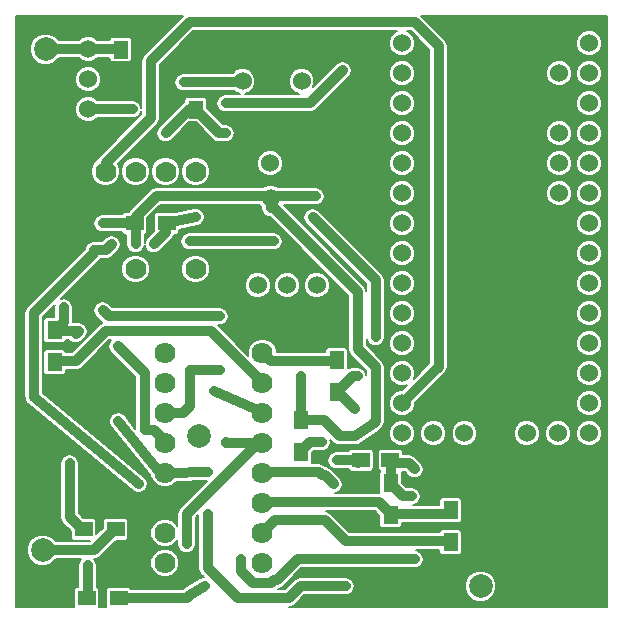
<source format=gbr>
G04 #@! TF.FileFunction,Copper,L2,Bot,Signal*
%FSLAX46Y46*%
G04 Gerber Fmt 4.6, Leading zero omitted, Abs format (unit mm)*
G04 Created by KiCad (PCBNEW 4.0.7) date 10/29/17 06:02:24*
%MOMM*%
%LPD*%
G01*
G04 APERTURE LIST*
%ADD10C,0.100000*%
%ADD11R,1.500000X1.300000*%
%ADD12C,1.780000*%
%ADD13C,1.524000*%
%ADD14R,1.250000X1.500000*%
%ADD15R,1.500000X1.250000*%
%ADD16R,1.300000X1.500000*%
%ADD17C,1.778000*%
%ADD18C,2.000000*%
%ADD19C,0.600000*%
%ADD20C,0.887184*%
%ADD21C,0.152400*%
G04 APERTURE END LIST*
D10*
D11*
X104060000Y-87884000D03*
X106760000Y-87884000D03*
D12*
X110678000Y-67117000D03*
X110678000Y-69657000D03*
X110678000Y-72197000D03*
X110678000Y-74737000D03*
X110678000Y-77277000D03*
X110678000Y-79817000D03*
X110678000Y-82357000D03*
X110678000Y-84897000D03*
X118938000Y-67117000D03*
X118938000Y-69657000D03*
X118938000Y-72197000D03*
X118938000Y-74737000D03*
X118938000Y-77277000D03*
X118938000Y-79817000D03*
X118938000Y-82357000D03*
X118938000Y-84897000D03*
D13*
X119596000Y-51054000D03*
X119634000Y-48154000D03*
X119634000Y-53954000D03*
D14*
X106934000Y-41422000D03*
X106934000Y-43922000D03*
X113284000Y-46502000D03*
X113284000Y-49002000D03*
D15*
X129774000Y-76200000D03*
X127274000Y-76200000D03*
D11*
X110824000Y-56134000D03*
X108124000Y-56134000D03*
D16*
X101346000Y-65198000D03*
X101346000Y-67898000D03*
X125222000Y-70438000D03*
X125222000Y-67738000D03*
X129794000Y-78152000D03*
X129794000Y-80852000D03*
X134874000Y-80438000D03*
X134874000Y-83138000D03*
X122174000Y-72818000D03*
X122174000Y-75518000D03*
D11*
X106506000Y-82042000D03*
X103806000Y-82042000D03*
D13*
X146604000Y-40894000D03*
X146604000Y-43434000D03*
X146604000Y-45974000D03*
X146604000Y-48514000D03*
X146604000Y-51054000D03*
X146604000Y-53594000D03*
X146604000Y-56134000D03*
X146604000Y-58674000D03*
X146604000Y-61214000D03*
X146604000Y-63754000D03*
X146604000Y-66294000D03*
X146604000Y-68834000D03*
X146604000Y-71374000D03*
X146604000Y-73914000D03*
X130764000Y-40894000D03*
X130764000Y-43434000D03*
X130764000Y-45974000D03*
X130764000Y-48514000D03*
X130764000Y-51054000D03*
X130764000Y-53594000D03*
X130764000Y-56134000D03*
X130764000Y-58674000D03*
X130764000Y-61214000D03*
X130764000Y-63754000D03*
X130764000Y-66294000D03*
X130764000Y-68834000D03*
X130764000Y-71374000D03*
X130764000Y-73914000D03*
X133404000Y-73914000D03*
X136044000Y-73914000D03*
X138684000Y-73914000D03*
X141324000Y-73914000D03*
X143964000Y-73914000D03*
X144064000Y-43434000D03*
X144064000Y-48514000D03*
X144064000Y-51054000D03*
X144064000Y-53594000D03*
X104180000Y-46482000D03*
X104180000Y-43942000D03*
X104180000Y-41402000D03*
D17*
X113284000Y-60007500D03*
X113284000Y-51752500D03*
X110744000Y-60007500D03*
X108204000Y-60007500D03*
X105664000Y-60007500D03*
X110744000Y-51752500D03*
X108204000Y-51752500D03*
X105664000Y-51752500D03*
D18*
X100330000Y-83820000D03*
X100584000Y-41402000D03*
D13*
X122258000Y-44120000D03*
X119758000Y-44120000D03*
X117258000Y-44120000D03*
X118534000Y-61392000D03*
X121034000Y-61392000D03*
X123534000Y-61392000D03*
D18*
X100584000Y-46736000D03*
X113538000Y-74168000D03*
X137414000Y-86868000D03*
D19*
X115824000Y-74676000D03*
X112522000Y-83312000D03*
X108458000Y-78232000D03*
X106172000Y-57912000D03*
X109728000Y-57912000D03*
X115824000Y-48514000D03*
X113284000Y-55626000D03*
X107950000Y-46482000D03*
X110744000Y-48514000D03*
X123444000Y-53848000D03*
X122174000Y-69088000D03*
X131826000Y-76962000D03*
X131826000Y-84582000D03*
X117094000Y-84582000D03*
X103124000Y-65532000D03*
X131572000Y-79248000D03*
X102108000Y-63246000D03*
X105410000Y-56134000D03*
X108204000Y-57912000D03*
X114808000Y-70358000D03*
X125222000Y-76200000D03*
X124968000Y-78232000D03*
X114046000Y-86868000D03*
X124206000Y-81280000D03*
X127000000Y-69088000D03*
X126746000Y-71882000D03*
X115316000Y-68580000D03*
X115316000Y-64008000D03*
X105410000Y-63500000D03*
X102616000Y-76454000D03*
X104140000Y-85090000D03*
X106680000Y-72898000D03*
X125984000Y-86868000D03*
X114300000Y-80772000D03*
X114300000Y-77216000D03*
X112268000Y-44196000D03*
X123952000Y-74676000D03*
X106680000Y-66548000D03*
X115824000Y-45974000D03*
X125730000Y-43180000D03*
X119888000Y-57658000D03*
X112776000Y-57658000D03*
X128524000Y-65786000D03*
X123190000Y-55626000D03*
D20*
X118938000Y-74737000D02*
X115885000Y-74737000D01*
X115885000Y-74737000D02*
X115824000Y-74676000D01*
X118938000Y-74737000D02*
X118557000Y-74737000D01*
X118557000Y-74737000D02*
X112522000Y-80772000D01*
X104648000Y-58674000D02*
X99568000Y-63754000D01*
X99568000Y-63754000D02*
X99568000Y-70866000D01*
X112522000Y-83312000D02*
X112522000Y-80772000D01*
X99568000Y-70866000D02*
X108458000Y-78232000D01*
X105664000Y-58420000D02*
X104648000Y-58420000D01*
X106172000Y-57912000D02*
X105664000Y-58420000D01*
X110744000Y-56896000D02*
X109728000Y-57912000D01*
X110744000Y-56134000D02*
X110744000Y-56896000D01*
X104648000Y-58420000D02*
X104648000Y-58674000D01*
X115824000Y-48514000D02*
X115296000Y-48514000D01*
X115296000Y-48514000D02*
X113284000Y-46502000D01*
X110824000Y-56134000D02*
X110744000Y-56134000D01*
X118872000Y-74676000D02*
X118938000Y-74737000D01*
X113284000Y-55626000D02*
X110744000Y-56134000D01*
X104180000Y-46482000D02*
X107950000Y-46482000D01*
X113284000Y-46502000D02*
X113284000Y-46482000D01*
X110744000Y-48514000D02*
X112776000Y-46482000D01*
X112776000Y-46482000D02*
X113284000Y-46482000D01*
X113284000Y-46482000D02*
X113284000Y-46502000D01*
X123444000Y-53848000D02*
X119634000Y-53848000D01*
X122174000Y-72136000D02*
X122174000Y-69088000D01*
X126746000Y-74168000D02*
X125476000Y-74168000D01*
X125476000Y-74168000D02*
X124126000Y-72818000D01*
X122174000Y-72818000D02*
X124126000Y-72818000D01*
X128524000Y-68326000D02*
X128524000Y-72898000D01*
X128524000Y-72898000D02*
X128270000Y-73152000D01*
X128270000Y-73152000D02*
X126746000Y-74168000D01*
X127000000Y-66802000D02*
X128524000Y-68326000D01*
X127000000Y-61976000D02*
X127000000Y-66802000D01*
X122174000Y-72898000D02*
X122174000Y-72818000D01*
X122174000Y-72818000D02*
X122174000Y-72136000D01*
X119634000Y-54864000D02*
X119888000Y-54864000D01*
X119888000Y-54864000D02*
X127000000Y-61976000D01*
X131826000Y-76962000D02*
X131318000Y-76454000D01*
X121920000Y-84582000D02*
X131826000Y-84582000D01*
X120142000Y-86360000D02*
X121920000Y-84582000D01*
X119888000Y-86360000D02*
X120142000Y-86360000D01*
X119634000Y-86614000D02*
X119888000Y-86360000D01*
X118110000Y-86614000D02*
X119634000Y-86614000D01*
X117094000Y-85598000D02*
X118110000Y-86614000D01*
X117094000Y-84582000D02*
X117094000Y-85598000D01*
X131318000Y-76454000D02*
X130028000Y-76454000D01*
X130028000Y-76454000D02*
X129774000Y-76200000D01*
X119634000Y-54864000D02*
X119634000Y-53954000D01*
X119634000Y-53848000D02*
X109982000Y-53848000D01*
X109982000Y-53848000D02*
X108204000Y-55626000D01*
X108204000Y-55626000D02*
X108124000Y-56134000D01*
X108124000Y-56134000D02*
X108204000Y-56134000D01*
X108204000Y-56134000D02*
X108204000Y-55626000D01*
X119634000Y-53848000D02*
X119634000Y-53954000D01*
X101346000Y-65198000D02*
X101346000Y-65278000D01*
X101346000Y-65278000D02*
X103378000Y-65278000D01*
X103378000Y-65278000D02*
X103124000Y-65532000D01*
X129794000Y-78152000D02*
X129794000Y-78232000D01*
X129794000Y-78232000D02*
X130810000Y-79248000D01*
X130810000Y-79248000D02*
X131572000Y-79248000D01*
X119634000Y-53954000D02*
X119634000Y-53848000D01*
X102108000Y-63246000D02*
X102108000Y-64516000D01*
X102108000Y-64516000D02*
X101346000Y-65278000D01*
X108124000Y-56134000D02*
X105410000Y-56134000D01*
X108124000Y-56134000D02*
X108204000Y-56134000D01*
X108204000Y-56134000D02*
X108204000Y-57912000D01*
X129774000Y-76200000D02*
X129794000Y-76200000D01*
X129794000Y-76200000D02*
X129794000Y-78152000D01*
X114808000Y-70358000D02*
X118872000Y-72136000D01*
X118872000Y-72136000D02*
X118938000Y-72197000D01*
X127274000Y-76200000D02*
X125222000Y-76200000D01*
X124968000Y-78232000D02*
X124206000Y-77470000D01*
X124206000Y-77470000D02*
X123952000Y-77470000D01*
X123952000Y-77470000D02*
X123698000Y-77216000D01*
X123698000Y-77216000D02*
X118872000Y-77216000D01*
X118872000Y-77216000D02*
X118938000Y-77277000D01*
X127274000Y-76200000D02*
X127254000Y-76200000D01*
X127254000Y-76200000D02*
X127000000Y-76454000D01*
X112522000Y-87884000D02*
X106760000Y-87884000D01*
X124206000Y-81280000D02*
X120015000Y-81280000D01*
X120015000Y-81280000D02*
X118938000Y-82357000D01*
X112776000Y-87630000D02*
X114046000Y-86868000D01*
X112522000Y-87884000D02*
X112776000Y-87630000D01*
X118872000Y-82296000D02*
X118938000Y-82357000D01*
X124206000Y-81280000D02*
X125984000Y-83058000D01*
X125984000Y-83058000D02*
X134874000Y-83058000D01*
X134874000Y-83058000D02*
X134874000Y-83138000D01*
X127000000Y-69088000D02*
X126572000Y-69088000D01*
X126572000Y-69088000D02*
X125222000Y-70438000D01*
X125222000Y-70438000D02*
X125396000Y-70438000D01*
X125222000Y-70438000D02*
X125222000Y-70358000D01*
X125222000Y-70358000D02*
X126746000Y-71882000D01*
X125222000Y-70358000D02*
X125222000Y-70438000D01*
X112207000Y-72197000D02*
X110678000Y-72197000D01*
X112776000Y-71628000D02*
X112207000Y-72197000D01*
X112776000Y-68580000D02*
X112776000Y-71628000D01*
X115316000Y-68580000D02*
X112776000Y-68580000D01*
X105918000Y-64008000D02*
X115316000Y-64008000D01*
X105410000Y-63500000D02*
X105918000Y-64008000D01*
X102616000Y-81026000D02*
X103632000Y-82042000D01*
X102616000Y-76454000D02*
X102616000Y-81026000D01*
X103632000Y-82042000D02*
X103806000Y-82042000D01*
X104140000Y-87884000D02*
X104140000Y-85090000D01*
X110678000Y-77277000D02*
X110297000Y-77277000D01*
X110297000Y-77277000D02*
X106680000Y-72898000D01*
X110678000Y-77277000D02*
X110937000Y-77277000D01*
X110937000Y-77277000D02*
X114300000Y-77216000D01*
X122174000Y-86868000D02*
X121158000Y-87884000D01*
X125984000Y-86868000D02*
X122174000Y-86868000D01*
X116840000Y-87884000D02*
X121158000Y-87884000D01*
X114300000Y-85344000D02*
X116840000Y-87884000D01*
X114300000Y-80772000D02*
X114300000Y-85344000D01*
X110490000Y-77216000D02*
X110744000Y-77216000D01*
X110744000Y-77216000D02*
X110678000Y-77277000D01*
X112268000Y-44196000D02*
X117348000Y-44196000D01*
X117348000Y-44196000D02*
X117258000Y-44120000D01*
X118872000Y-69596000D02*
X114554000Y-65278000D01*
X101346000Y-67818000D02*
X103124000Y-67818000D01*
X114554000Y-65278000D02*
X105664000Y-65278000D01*
X103124000Y-67818000D02*
X105664000Y-65278000D01*
X118938000Y-69657000D02*
X118872000Y-69596000D01*
X101346000Y-67818000D02*
X101346000Y-67898000D01*
X129794000Y-80852000D02*
X129794000Y-80772000D01*
X129794000Y-80772000D02*
X128778000Y-79756000D01*
X128778000Y-79756000D02*
X118872000Y-79756000D01*
X118872000Y-79756000D02*
X118938000Y-79817000D01*
X134874000Y-80438000D02*
X134874000Y-80518000D01*
X134874000Y-80518000D02*
X134620000Y-80772000D01*
X134620000Y-80772000D02*
X129794000Y-80772000D01*
X122936000Y-74676000D02*
X122174000Y-75438000D01*
X122936000Y-74676000D02*
X123952000Y-74676000D01*
X109728000Y-73660000D02*
X108966000Y-73660000D01*
X108966000Y-68834000D02*
X106680000Y-66548000D01*
X108966000Y-73660000D02*
X108966000Y-68834000D01*
X109728000Y-73660000D02*
X110744000Y-74676000D01*
X110678000Y-74737000D02*
X110744000Y-74676000D01*
X122174000Y-75518000D02*
X122174000Y-75438000D01*
X106426000Y-82042000D02*
X104648000Y-83820000D01*
X104648000Y-83820000D02*
X99822000Y-83820000D01*
X106426000Y-82042000D02*
X106506000Y-82042000D01*
X122936000Y-45974000D02*
X115824000Y-45974000D01*
X122936000Y-45974000D02*
X125730000Y-43180000D01*
X130810000Y-66294000D02*
X130764000Y-66294000D01*
X112776000Y-57658000D02*
X119888000Y-57658000D01*
X128524000Y-60960000D02*
X128524000Y-65786000D01*
X123190000Y-55626000D02*
X128524000Y-60960000D01*
X133858000Y-41148000D02*
X133858000Y-68280000D01*
X109474000Y-47244000D02*
X109474000Y-42418000D01*
X109474000Y-42418000D02*
X112776000Y-39116000D01*
X112776000Y-39116000D02*
X131826000Y-39116000D01*
X131826000Y-39116000D02*
X133858000Y-41148000D01*
X105664000Y-51054000D02*
X109474000Y-47244000D01*
X133858000Y-68280000D02*
X130764000Y-71374000D01*
X105664000Y-51752500D02*
X105664000Y-51054000D01*
X105664000Y-51752500D02*
X105664000Y-51308000D01*
X104180000Y-41402000D02*
X100584000Y-41402000D01*
X104180000Y-41402000D02*
X106934000Y-41402000D01*
X106934000Y-41402000D02*
X106934000Y-41422000D01*
X118938000Y-67117000D02*
X118872000Y-67056000D01*
X118872000Y-67056000D02*
X119634000Y-67818000D01*
X119634000Y-67818000D02*
X125222000Y-67818000D01*
X125222000Y-67818000D02*
X125222000Y-67738000D01*
D21*
G36*
X112228846Y-38568846D02*
X112228844Y-38568849D01*
X108926846Y-41870846D01*
X108759109Y-42121882D01*
X108700207Y-42418000D01*
X108700208Y-42418005D01*
X108700208Y-46363435D01*
X108664891Y-46185883D01*
X108497154Y-45934846D01*
X108246117Y-45767109D01*
X107950000Y-45708208D01*
X104950815Y-45708208D01*
X104799489Y-45556618D01*
X104398205Y-45389990D01*
X103963701Y-45389611D01*
X103562127Y-45555538D01*
X103254618Y-45862511D01*
X103087990Y-46263795D01*
X103087611Y-46698299D01*
X103253538Y-47099873D01*
X103560511Y-47407382D01*
X103961795Y-47574010D01*
X104396299Y-47574389D01*
X104797873Y-47408462D01*
X104950810Y-47255792D01*
X107950000Y-47255792D01*
X108246117Y-47196891D01*
X108497154Y-47029154D01*
X108664891Y-46778117D01*
X108700208Y-46600565D01*
X108700208Y-46923485D01*
X105116846Y-50506846D01*
X104976035Y-50717584D01*
X104974281Y-50718309D01*
X104631015Y-51060977D01*
X104445012Y-51508922D01*
X104444588Y-51993950D01*
X104629809Y-52442219D01*
X104972477Y-52785485D01*
X105420422Y-52971488D01*
X105905450Y-52971912D01*
X106353719Y-52786691D01*
X106696985Y-52444023D01*
X106882988Y-51996078D01*
X106882989Y-51993950D01*
X106984588Y-51993950D01*
X107169809Y-52442219D01*
X107512477Y-52785485D01*
X107960422Y-52971488D01*
X108445450Y-52971912D01*
X108893719Y-52786691D01*
X109236985Y-52444023D01*
X109422988Y-51996078D01*
X109422989Y-51993950D01*
X109524588Y-51993950D01*
X109709809Y-52442219D01*
X110052477Y-52785485D01*
X110500422Y-52971488D01*
X110985450Y-52971912D01*
X111433719Y-52786691D01*
X111776985Y-52444023D01*
X111962988Y-51996078D01*
X111962989Y-51993950D01*
X112064588Y-51993950D01*
X112249809Y-52442219D01*
X112592477Y-52785485D01*
X113040422Y-52971488D01*
X113525450Y-52971912D01*
X113973719Y-52786691D01*
X114316985Y-52444023D01*
X114502988Y-51996078D01*
X114503412Y-51511050D01*
X114403936Y-51270299D01*
X118503611Y-51270299D01*
X118669538Y-51671873D01*
X118976511Y-51979382D01*
X119377795Y-52146010D01*
X119812299Y-52146389D01*
X120213873Y-51980462D01*
X120521382Y-51673489D01*
X120688010Y-51272205D01*
X120688011Y-51270299D01*
X129671611Y-51270299D01*
X129837538Y-51671873D01*
X130144511Y-51979382D01*
X130545795Y-52146010D01*
X130980299Y-52146389D01*
X131381873Y-51980462D01*
X131689382Y-51673489D01*
X131856010Y-51272205D01*
X131856389Y-50837701D01*
X131690462Y-50436127D01*
X131383489Y-50128618D01*
X130982205Y-49961990D01*
X130547701Y-49961611D01*
X130146127Y-50127538D01*
X129838618Y-50434511D01*
X129671990Y-50835795D01*
X129671611Y-51270299D01*
X120688011Y-51270299D01*
X120688389Y-50837701D01*
X120522462Y-50436127D01*
X120215489Y-50128618D01*
X119814205Y-49961990D01*
X119379701Y-49961611D01*
X118978127Y-50127538D01*
X118670618Y-50434511D01*
X118503990Y-50835795D01*
X118503611Y-51270299D01*
X114403936Y-51270299D01*
X114318191Y-51062781D01*
X113975523Y-50719515D01*
X113527578Y-50533512D01*
X113042550Y-50533088D01*
X112594281Y-50718309D01*
X112251015Y-51060977D01*
X112065012Y-51508922D01*
X112064588Y-51993950D01*
X111962989Y-51993950D01*
X111963412Y-51511050D01*
X111778191Y-51062781D01*
X111435523Y-50719515D01*
X110987578Y-50533512D01*
X110502550Y-50533088D01*
X110054281Y-50718309D01*
X109711015Y-51060977D01*
X109525012Y-51508922D01*
X109524588Y-51993950D01*
X109422989Y-51993950D01*
X109423412Y-51511050D01*
X109238191Y-51062781D01*
X108895523Y-50719515D01*
X108447578Y-50533512D01*
X107962550Y-50533088D01*
X107514281Y-50718309D01*
X107171015Y-51060977D01*
X106985012Y-51508922D01*
X106984588Y-51993950D01*
X106882989Y-51993950D01*
X106883412Y-51511050D01*
X106713201Y-51099107D01*
X109298307Y-48514000D01*
X109970207Y-48514000D01*
X110029109Y-48810118D01*
X110196846Y-49061154D01*
X110447882Y-49228891D01*
X110744000Y-49287793D01*
X111040118Y-49228891D01*
X111291154Y-49061154D01*
X112763639Y-47588669D01*
X113276361Y-47588669D01*
X114748844Y-49061151D01*
X114748846Y-49061154D01*
X114854685Y-49131873D01*
X114999882Y-49228891D01*
X115296000Y-49287793D01*
X115296005Y-49287792D01*
X115824000Y-49287792D01*
X116120117Y-49228891D01*
X116371154Y-49061154D01*
X116538891Y-48810117D01*
X116554767Y-48730299D01*
X129671611Y-48730299D01*
X129837538Y-49131873D01*
X130144511Y-49439382D01*
X130545795Y-49606010D01*
X130980299Y-49606389D01*
X131381873Y-49440462D01*
X131689382Y-49133489D01*
X131856010Y-48732205D01*
X131856389Y-48297701D01*
X131690462Y-47896127D01*
X131383489Y-47588618D01*
X130982205Y-47421990D01*
X130547701Y-47421611D01*
X130146127Y-47587538D01*
X129838618Y-47894511D01*
X129671990Y-48295795D01*
X129671611Y-48730299D01*
X116554767Y-48730299D01*
X116597792Y-48514000D01*
X116538891Y-48217883D01*
X116371154Y-47966846D01*
X116120117Y-47799109D01*
X115824000Y-47740208D01*
X115616515Y-47740208D01*
X114245669Y-46369361D01*
X114245669Y-45752000D01*
X114222644Y-45629635D01*
X114150327Y-45517251D01*
X114039983Y-45441856D01*
X113909000Y-45415331D01*
X112659000Y-45415331D01*
X112536635Y-45438356D01*
X112424251Y-45510673D01*
X112348856Y-45621017D01*
X112322331Y-45752000D01*
X112322331Y-45872381D01*
X112228846Y-45934846D01*
X110196846Y-47966846D01*
X110029109Y-48217882D01*
X109970207Y-48514000D01*
X109298307Y-48514000D01*
X110021151Y-47791156D01*
X110021154Y-47791154D01*
X110156484Y-47588618D01*
X110188891Y-47540118D01*
X110247793Y-47244000D01*
X110247792Y-47243995D01*
X110247792Y-44196000D01*
X111494208Y-44196000D01*
X111553109Y-44492117D01*
X111720846Y-44743154D01*
X111971883Y-44910891D01*
X112268000Y-44969792D01*
X116563053Y-44969792D01*
X116638511Y-45045382D01*
X117011373Y-45200208D01*
X115824000Y-45200208D01*
X115527883Y-45259109D01*
X115276846Y-45426846D01*
X115109109Y-45677883D01*
X115050208Y-45974000D01*
X115109109Y-46270117D01*
X115276846Y-46521154D01*
X115527883Y-46688891D01*
X115824000Y-46747792D01*
X122935995Y-46747792D01*
X122936000Y-46747793D01*
X123232118Y-46688891D01*
X123483154Y-46521154D01*
X123814008Y-46190299D01*
X129671611Y-46190299D01*
X129837538Y-46591873D01*
X130144511Y-46899382D01*
X130545795Y-47066010D01*
X130980299Y-47066389D01*
X131381873Y-46900462D01*
X131689382Y-46593489D01*
X131856010Y-46192205D01*
X131856389Y-45757701D01*
X131690462Y-45356127D01*
X131383489Y-45048618D01*
X130982205Y-44881990D01*
X130547701Y-44881611D01*
X130146127Y-45047538D01*
X129838618Y-45354511D01*
X129671990Y-45755795D01*
X129671611Y-46190299D01*
X123814008Y-46190299D01*
X126277154Y-43727153D01*
X126328506Y-43650299D01*
X129671611Y-43650299D01*
X129837538Y-44051873D01*
X130144511Y-44359382D01*
X130545795Y-44526010D01*
X130980299Y-44526389D01*
X131381873Y-44360462D01*
X131689382Y-44053489D01*
X131856010Y-43652205D01*
X131856389Y-43217701D01*
X131690462Y-42816127D01*
X131383489Y-42508618D01*
X130982205Y-42341990D01*
X130547701Y-42341611D01*
X130146127Y-42507538D01*
X129838618Y-42814511D01*
X129671990Y-43215795D01*
X129671611Y-43650299D01*
X126328506Y-43650299D01*
X126444891Y-43476118D01*
X126503793Y-43180000D01*
X126444891Y-42883882D01*
X126277154Y-42632846D01*
X126026118Y-42465109D01*
X125730000Y-42406207D01*
X125433882Y-42465109D01*
X125182847Y-42632846D01*
X123259489Y-44556203D01*
X123350010Y-44338205D01*
X123350389Y-43903701D01*
X123184462Y-43502127D01*
X122877489Y-43194618D01*
X122476205Y-43027990D01*
X122041701Y-43027611D01*
X121640127Y-43193538D01*
X121332618Y-43500511D01*
X121165990Y-43901795D01*
X121165611Y-44336299D01*
X121331538Y-44737873D01*
X121638511Y-45045382D01*
X122011373Y-45200208D01*
X117503779Y-45200208D01*
X117875873Y-45046462D01*
X118183382Y-44739489D01*
X118350010Y-44338205D01*
X118350389Y-43903701D01*
X118184462Y-43502127D01*
X117877489Y-43194618D01*
X117476205Y-43027990D01*
X117041701Y-43027611D01*
X116640127Y-43193538D01*
X116411058Y-43422208D01*
X112268000Y-43422208D01*
X111971883Y-43481109D01*
X111720846Y-43648846D01*
X111553109Y-43899883D01*
X111494208Y-44196000D01*
X110247792Y-44196000D01*
X110247792Y-42738516D01*
X113096515Y-39889792D01*
X130334287Y-39889792D01*
X130146127Y-39967538D01*
X129838618Y-40274511D01*
X129671990Y-40675795D01*
X129671611Y-41110299D01*
X129837538Y-41511873D01*
X130144511Y-41819382D01*
X130545795Y-41986010D01*
X130980299Y-41986389D01*
X131381873Y-41820462D01*
X131689382Y-41513489D01*
X131856010Y-41112205D01*
X131856389Y-40677701D01*
X131690462Y-40276127D01*
X131383489Y-39968618D01*
X131193655Y-39889792D01*
X131505484Y-39889792D01*
X133084208Y-41468516D01*
X133084208Y-67959485D01*
X131759808Y-69283884D01*
X131856010Y-69052205D01*
X131856389Y-68617701D01*
X131690462Y-68216127D01*
X131383489Y-67908618D01*
X130982205Y-67741990D01*
X130547701Y-67741611D01*
X130146127Y-67907538D01*
X129838618Y-68214511D01*
X129671990Y-68615795D01*
X129671611Y-69050299D01*
X129837538Y-69451873D01*
X130144511Y-69759382D01*
X130545795Y-69926010D01*
X130980299Y-69926389D01*
X131213773Y-69829920D01*
X130761894Y-70281798D01*
X130547701Y-70281611D01*
X130146127Y-70447538D01*
X129838618Y-70754511D01*
X129671990Y-71155795D01*
X129671611Y-71590299D01*
X129837538Y-71991873D01*
X130144511Y-72299382D01*
X130545795Y-72466010D01*
X130980299Y-72466389D01*
X131381873Y-72300462D01*
X131689382Y-71993489D01*
X131856010Y-71592205D01*
X131856011Y-71590299D01*
X145511611Y-71590299D01*
X145677538Y-71991873D01*
X145984511Y-72299382D01*
X146385795Y-72466010D01*
X146820299Y-72466389D01*
X147221873Y-72300462D01*
X147529382Y-71993489D01*
X147696010Y-71592205D01*
X147696389Y-71157701D01*
X147530462Y-70756127D01*
X147223489Y-70448618D01*
X146822205Y-70281990D01*
X146387701Y-70281611D01*
X145986127Y-70447538D01*
X145678618Y-70754511D01*
X145511990Y-71155795D01*
X145511611Y-71590299D01*
X131856011Y-71590299D01*
X131856198Y-71376109D01*
X134182008Y-69050299D01*
X145511611Y-69050299D01*
X145677538Y-69451873D01*
X145984511Y-69759382D01*
X146385795Y-69926010D01*
X146820299Y-69926389D01*
X147221873Y-69760462D01*
X147529382Y-69453489D01*
X147696010Y-69052205D01*
X147696389Y-68617701D01*
X147530462Y-68216127D01*
X147223489Y-67908618D01*
X146822205Y-67741990D01*
X146387701Y-67741611D01*
X145986127Y-67907538D01*
X145678618Y-68214511D01*
X145511990Y-68615795D01*
X145511611Y-69050299D01*
X134182008Y-69050299D01*
X134405151Y-68827156D01*
X134405154Y-68827154D01*
X134508963Y-68671792D01*
X134572891Y-68576118D01*
X134631793Y-68280000D01*
X134631792Y-68279995D01*
X134631792Y-66510299D01*
X145511611Y-66510299D01*
X145677538Y-66911873D01*
X145984511Y-67219382D01*
X146385795Y-67386010D01*
X146820299Y-67386389D01*
X147221873Y-67220462D01*
X147529382Y-66913489D01*
X147696010Y-66512205D01*
X147696389Y-66077701D01*
X147530462Y-65676127D01*
X147223489Y-65368618D01*
X146822205Y-65201990D01*
X146387701Y-65201611D01*
X145986127Y-65367538D01*
X145678618Y-65674511D01*
X145511990Y-66075795D01*
X145511611Y-66510299D01*
X134631792Y-66510299D01*
X134631792Y-63970299D01*
X145511611Y-63970299D01*
X145677538Y-64371873D01*
X145984511Y-64679382D01*
X146385795Y-64846010D01*
X146820299Y-64846389D01*
X147221873Y-64680462D01*
X147529382Y-64373489D01*
X147696010Y-63972205D01*
X147696389Y-63537701D01*
X147530462Y-63136127D01*
X147223489Y-62828618D01*
X146822205Y-62661990D01*
X146387701Y-62661611D01*
X145986127Y-62827538D01*
X145678618Y-63134511D01*
X145511990Y-63535795D01*
X145511611Y-63970299D01*
X134631792Y-63970299D01*
X134631792Y-61430299D01*
X145511611Y-61430299D01*
X145677538Y-61831873D01*
X145984511Y-62139382D01*
X146385795Y-62306010D01*
X146820299Y-62306389D01*
X147221873Y-62140462D01*
X147529382Y-61833489D01*
X147696010Y-61432205D01*
X147696389Y-60997701D01*
X147530462Y-60596127D01*
X147223489Y-60288618D01*
X146822205Y-60121990D01*
X146387701Y-60121611D01*
X145986127Y-60287538D01*
X145678618Y-60594511D01*
X145511990Y-60995795D01*
X145511611Y-61430299D01*
X134631792Y-61430299D01*
X134631792Y-58890299D01*
X145511611Y-58890299D01*
X145677538Y-59291873D01*
X145984511Y-59599382D01*
X146385795Y-59766010D01*
X146820299Y-59766389D01*
X147221873Y-59600462D01*
X147529382Y-59293489D01*
X147696010Y-58892205D01*
X147696389Y-58457701D01*
X147530462Y-58056127D01*
X147223489Y-57748618D01*
X146822205Y-57581990D01*
X146387701Y-57581611D01*
X145986127Y-57747538D01*
X145678618Y-58054511D01*
X145511990Y-58455795D01*
X145511611Y-58890299D01*
X134631792Y-58890299D01*
X134631792Y-56350299D01*
X145511611Y-56350299D01*
X145677538Y-56751873D01*
X145984511Y-57059382D01*
X146385795Y-57226010D01*
X146820299Y-57226389D01*
X147221873Y-57060462D01*
X147529382Y-56753489D01*
X147696010Y-56352205D01*
X147696389Y-55917701D01*
X147530462Y-55516127D01*
X147223489Y-55208618D01*
X146822205Y-55041990D01*
X146387701Y-55041611D01*
X145986127Y-55207538D01*
X145678618Y-55514511D01*
X145511990Y-55915795D01*
X145511611Y-56350299D01*
X134631792Y-56350299D01*
X134631792Y-53810299D01*
X142971611Y-53810299D01*
X143137538Y-54211873D01*
X143444511Y-54519382D01*
X143845795Y-54686010D01*
X144280299Y-54686389D01*
X144681873Y-54520462D01*
X144989382Y-54213489D01*
X145156010Y-53812205D01*
X145156011Y-53810299D01*
X145511611Y-53810299D01*
X145677538Y-54211873D01*
X145984511Y-54519382D01*
X146385795Y-54686010D01*
X146820299Y-54686389D01*
X147221873Y-54520462D01*
X147529382Y-54213489D01*
X147696010Y-53812205D01*
X147696389Y-53377701D01*
X147530462Y-52976127D01*
X147223489Y-52668618D01*
X146822205Y-52501990D01*
X146387701Y-52501611D01*
X145986127Y-52667538D01*
X145678618Y-52974511D01*
X145511990Y-53375795D01*
X145511611Y-53810299D01*
X145156011Y-53810299D01*
X145156389Y-53377701D01*
X144990462Y-52976127D01*
X144683489Y-52668618D01*
X144282205Y-52501990D01*
X143847701Y-52501611D01*
X143446127Y-52667538D01*
X143138618Y-52974511D01*
X142971990Y-53375795D01*
X142971611Y-53810299D01*
X134631792Y-53810299D01*
X134631792Y-51270299D01*
X142971611Y-51270299D01*
X143137538Y-51671873D01*
X143444511Y-51979382D01*
X143845795Y-52146010D01*
X144280299Y-52146389D01*
X144681873Y-51980462D01*
X144989382Y-51673489D01*
X145156010Y-51272205D01*
X145156011Y-51270299D01*
X145511611Y-51270299D01*
X145677538Y-51671873D01*
X145984511Y-51979382D01*
X146385795Y-52146010D01*
X146820299Y-52146389D01*
X147221873Y-51980462D01*
X147529382Y-51673489D01*
X147696010Y-51272205D01*
X147696389Y-50837701D01*
X147530462Y-50436127D01*
X147223489Y-50128618D01*
X146822205Y-49961990D01*
X146387701Y-49961611D01*
X145986127Y-50127538D01*
X145678618Y-50434511D01*
X145511990Y-50835795D01*
X145511611Y-51270299D01*
X145156011Y-51270299D01*
X145156389Y-50837701D01*
X144990462Y-50436127D01*
X144683489Y-50128618D01*
X144282205Y-49961990D01*
X143847701Y-49961611D01*
X143446127Y-50127538D01*
X143138618Y-50434511D01*
X142971990Y-50835795D01*
X142971611Y-51270299D01*
X134631792Y-51270299D01*
X134631792Y-48730299D01*
X142971611Y-48730299D01*
X143137538Y-49131873D01*
X143444511Y-49439382D01*
X143845795Y-49606010D01*
X144280299Y-49606389D01*
X144681873Y-49440462D01*
X144989382Y-49133489D01*
X145156010Y-48732205D01*
X145156011Y-48730299D01*
X145511611Y-48730299D01*
X145677538Y-49131873D01*
X145984511Y-49439382D01*
X146385795Y-49606010D01*
X146820299Y-49606389D01*
X147221873Y-49440462D01*
X147529382Y-49133489D01*
X147696010Y-48732205D01*
X147696389Y-48297701D01*
X147530462Y-47896127D01*
X147223489Y-47588618D01*
X146822205Y-47421990D01*
X146387701Y-47421611D01*
X145986127Y-47587538D01*
X145678618Y-47894511D01*
X145511990Y-48295795D01*
X145511611Y-48730299D01*
X145156011Y-48730299D01*
X145156389Y-48297701D01*
X144990462Y-47896127D01*
X144683489Y-47588618D01*
X144282205Y-47421990D01*
X143847701Y-47421611D01*
X143446127Y-47587538D01*
X143138618Y-47894511D01*
X142971990Y-48295795D01*
X142971611Y-48730299D01*
X134631792Y-48730299D01*
X134631792Y-46190299D01*
X145511611Y-46190299D01*
X145677538Y-46591873D01*
X145984511Y-46899382D01*
X146385795Y-47066010D01*
X146820299Y-47066389D01*
X147221873Y-46900462D01*
X147529382Y-46593489D01*
X147696010Y-46192205D01*
X147696389Y-45757701D01*
X147530462Y-45356127D01*
X147223489Y-45048618D01*
X146822205Y-44881990D01*
X146387701Y-44881611D01*
X145986127Y-45047538D01*
X145678618Y-45354511D01*
X145511990Y-45755795D01*
X145511611Y-46190299D01*
X134631792Y-46190299D01*
X134631792Y-43650299D01*
X142971611Y-43650299D01*
X143137538Y-44051873D01*
X143444511Y-44359382D01*
X143845795Y-44526010D01*
X144280299Y-44526389D01*
X144681873Y-44360462D01*
X144989382Y-44053489D01*
X145156010Y-43652205D01*
X145156011Y-43650299D01*
X145511611Y-43650299D01*
X145677538Y-44051873D01*
X145984511Y-44359382D01*
X146385795Y-44526010D01*
X146820299Y-44526389D01*
X147221873Y-44360462D01*
X147529382Y-44053489D01*
X147696010Y-43652205D01*
X147696389Y-43217701D01*
X147530462Y-42816127D01*
X147223489Y-42508618D01*
X146822205Y-42341990D01*
X146387701Y-42341611D01*
X145986127Y-42507538D01*
X145678618Y-42814511D01*
X145511990Y-43215795D01*
X145511611Y-43650299D01*
X145156011Y-43650299D01*
X145156389Y-43217701D01*
X144990462Y-42816127D01*
X144683489Y-42508618D01*
X144282205Y-42341990D01*
X143847701Y-42341611D01*
X143446127Y-42507538D01*
X143138618Y-42814511D01*
X142971990Y-43215795D01*
X142971611Y-43650299D01*
X134631792Y-43650299D01*
X134631792Y-41148005D01*
X134631793Y-41148000D01*
X134624294Y-41110299D01*
X145511611Y-41110299D01*
X145677538Y-41511873D01*
X145984511Y-41819382D01*
X146385795Y-41986010D01*
X146820299Y-41986389D01*
X147221873Y-41820462D01*
X147529382Y-41513489D01*
X147696010Y-41112205D01*
X147696389Y-40677701D01*
X147530462Y-40276127D01*
X147223489Y-39968618D01*
X146822205Y-39801990D01*
X146387701Y-39801611D01*
X145986127Y-39967538D01*
X145678618Y-40274511D01*
X145511990Y-40675795D01*
X145511611Y-41110299D01*
X134624294Y-41110299D01*
X134572891Y-40851882D01*
X134405154Y-40600846D01*
X132373154Y-38568846D01*
X132353330Y-38555600D01*
X148144400Y-38555600D01*
X148144400Y-88644400D01*
X121225331Y-88644400D01*
X121454118Y-88598891D01*
X121705154Y-88431154D01*
X122494516Y-87641792D01*
X125984000Y-87641792D01*
X126280117Y-87582891D01*
X126531154Y-87415154D01*
X126698891Y-87164117D01*
X126705392Y-87131432D01*
X136083570Y-87131432D01*
X136285654Y-87620513D01*
X136659519Y-87995031D01*
X137148246Y-88197968D01*
X137677432Y-88198430D01*
X138166513Y-87996346D01*
X138541031Y-87622481D01*
X138743968Y-87133754D01*
X138744430Y-86604568D01*
X138542346Y-86115487D01*
X138168481Y-85740969D01*
X137679754Y-85538032D01*
X137150568Y-85537570D01*
X136661487Y-85739654D01*
X136286969Y-86113519D01*
X136084032Y-86602246D01*
X136083570Y-87131432D01*
X126705392Y-87131432D01*
X126757792Y-86868000D01*
X126698891Y-86571883D01*
X126531154Y-86320846D01*
X126280117Y-86153109D01*
X125984000Y-86094208D01*
X122174005Y-86094208D01*
X122174000Y-86094207D01*
X121877882Y-86153109D01*
X121626846Y-86320846D01*
X120837484Y-87110208D01*
X120260569Y-87110208D01*
X120438118Y-87074891D01*
X120689154Y-86907154D01*
X122240515Y-85355792D01*
X131826000Y-85355792D01*
X132122117Y-85296891D01*
X132373154Y-85129154D01*
X132540891Y-84878117D01*
X132599792Y-84582000D01*
X132540891Y-84285883D01*
X132373154Y-84034846D01*
X132122117Y-83867109D01*
X131944565Y-83831792D01*
X133887331Y-83831792D01*
X133887331Y-83888000D01*
X133910356Y-84010365D01*
X133982673Y-84122749D01*
X134093017Y-84198144D01*
X134224000Y-84224669D01*
X135524000Y-84224669D01*
X135646365Y-84201644D01*
X135758749Y-84129327D01*
X135834144Y-84018983D01*
X135860669Y-83888000D01*
X135860669Y-82388000D01*
X135837644Y-82265635D01*
X135765327Y-82153251D01*
X135654983Y-82077856D01*
X135524000Y-82051331D01*
X134224000Y-82051331D01*
X134101635Y-82074356D01*
X133989251Y-82146673D01*
X133913856Y-82257017D01*
X133908350Y-82284208D01*
X126304515Y-82284208D01*
X124753154Y-80732846D01*
X124502118Y-80565109D01*
X124324569Y-80529792D01*
X128457484Y-80529792D01*
X128807331Y-80879639D01*
X128807331Y-81602000D01*
X128830356Y-81724365D01*
X128902673Y-81836749D01*
X129013017Y-81912144D01*
X129144000Y-81938669D01*
X130444000Y-81938669D01*
X130566365Y-81915644D01*
X130678749Y-81843327D01*
X130754144Y-81732983D01*
X130780669Y-81602000D01*
X130780669Y-81545792D01*
X134619995Y-81545792D01*
X134620000Y-81545793D01*
X134726197Y-81524669D01*
X135524000Y-81524669D01*
X135646365Y-81501644D01*
X135758749Y-81429327D01*
X135834144Y-81318983D01*
X135860669Y-81188000D01*
X135860669Y-79688000D01*
X135837644Y-79565635D01*
X135765327Y-79453251D01*
X135654983Y-79377856D01*
X135524000Y-79351331D01*
X134224000Y-79351331D01*
X134101635Y-79374356D01*
X133989251Y-79446673D01*
X133913856Y-79557017D01*
X133887331Y-79688000D01*
X133887331Y-79998208D01*
X131690565Y-79998208D01*
X131868117Y-79962891D01*
X132119154Y-79795154D01*
X132286891Y-79544117D01*
X132345792Y-79248000D01*
X132286891Y-78951883D01*
X132119154Y-78700846D01*
X131868117Y-78533109D01*
X131572000Y-78474208D01*
X131130516Y-78474208D01*
X130780669Y-78124361D01*
X130780669Y-77402000D01*
X130757644Y-77279635D01*
X130724284Y-77227792D01*
X130997484Y-77227792D01*
X131278846Y-77509153D01*
X131529882Y-77676890D01*
X131826000Y-77735792D01*
X132122118Y-77676890D01*
X132373153Y-77509153D01*
X132540890Y-77258118D01*
X132599792Y-76962000D01*
X132540890Y-76665882D01*
X132373153Y-76414846D01*
X131865154Y-75906846D01*
X131614118Y-75739109D01*
X131318000Y-75680207D01*
X131317995Y-75680208D01*
X130860669Y-75680208D01*
X130860669Y-75575000D01*
X130837644Y-75452635D01*
X130765327Y-75340251D01*
X130654983Y-75264856D01*
X130524000Y-75238331D01*
X129024000Y-75238331D01*
X128901635Y-75261356D01*
X128789251Y-75333673D01*
X128713856Y-75444017D01*
X128687331Y-75575000D01*
X128687331Y-76825000D01*
X128710356Y-76947365D01*
X128782673Y-77059749D01*
X128893017Y-77135144D01*
X128935542Y-77143756D01*
X128909251Y-77160673D01*
X128833856Y-77271017D01*
X128807331Y-77402000D01*
X128807331Y-78902000D01*
X128824151Y-78991387D01*
X128778000Y-78982207D01*
X128777995Y-78982208D01*
X125086569Y-78982208D01*
X125264118Y-78946891D01*
X125515154Y-78779154D01*
X125682891Y-78528118D01*
X125741793Y-78232000D01*
X125682891Y-77935882D01*
X125515154Y-77684847D01*
X124753154Y-76922846D01*
X124502118Y-76755109D01*
X124289031Y-76712723D01*
X124245154Y-76668846D01*
X123994118Y-76501109D01*
X123698000Y-76442207D01*
X123697995Y-76442208D01*
X123104610Y-76442208D01*
X123134144Y-76398983D01*
X123160669Y-76268000D01*
X123160669Y-76200000D01*
X124448208Y-76200000D01*
X124507109Y-76496117D01*
X124674846Y-76747154D01*
X124925883Y-76914891D01*
X125222000Y-76973792D01*
X126227361Y-76973792D01*
X126282673Y-77059749D01*
X126393017Y-77135144D01*
X126524000Y-77161669D01*
X126693074Y-77161669D01*
X126703882Y-77168891D01*
X127000000Y-77227793D01*
X127296118Y-77168891D01*
X127306926Y-77161669D01*
X128024000Y-77161669D01*
X128146365Y-77138644D01*
X128258749Y-77066327D01*
X128334144Y-76955983D01*
X128360669Y-76825000D01*
X128360669Y-75575000D01*
X128337644Y-75452635D01*
X128265327Y-75340251D01*
X128154983Y-75264856D01*
X128024000Y-75238331D01*
X126524000Y-75238331D01*
X126401635Y-75261356D01*
X126289251Y-75333673D01*
X126226024Y-75426208D01*
X125222000Y-75426208D01*
X124925883Y-75485109D01*
X124674846Y-75652846D01*
X124507109Y-75903883D01*
X124448208Y-76200000D01*
X123160669Y-76200000D01*
X123160669Y-75545638D01*
X123256515Y-75449792D01*
X123952000Y-75449792D01*
X124248117Y-75390891D01*
X124499154Y-75223154D01*
X124666891Y-74972117D01*
X124725792Y-74676000D01*
X124685095Y-74471402D01*
X124928844Y-74715151D01*
X124928846Y-74715154D01*
X125179883Y-74882891D01*
X125476000Y-74941792D01*
X126746000Y-74941792D01*
X126820355Y-74927002D01*
X126896166Y-74927081D01*
X126966976Y-74897837D01*
X127042117Y-74882891D01*
X127105152Y-74840772D01*
X127175223Y-74811834D01*
X128197525Y-74130299D01*
X129671611Y-74130299D01*
X129837538Y-74531873D01*
X130144511Y-74839382D01*
X130545795Y-75006010D01*
X130980299Y-75006389D01*
X131381873Y-74840462D01*
X131689382Y-74533489D01*
X131856010Y-74132205D01*
X131856011Y-74130299D01*
X132311611Y-74130299D01*
X132477538Y-74531873D01*
X132784511Y-74839382D01*
X133185795Y-75006010D01*
X133620299Y-75006389D01*
X134021873Y-74840462D01*
X134329382Y-74533489D01*
X134496010Y-74132205D01*
X134496011Y-74130299D01*
X134951611Y-74130299D01*
X135117538Y-74531873D01*
X135424511Y-74839382D01*
X135825795Y-75006010D01*
X136260299Y-75006389D01*
X136661873Y-74840462D01*
X136969382Y-74533489D01*
X137136010Y-74132205D01*
X137136011Y-74130299D01*
X140231611Y-74130299D01*
X140397538Y-74531873D01*
X140704511Y-74839382D01*
X141105795Y-75006010D01*
X141540299Y-75006389D01*
X141941873Y-74840462D01*
X142249382Y-74533489D01*
X142416010Y-74132205D01*
X142416011Y-74130299D01*
X142871611Y-74130299D01*
X143037538Y-74531873D01*
X143344511Y-74839382D01*
X143745795Y-75006010D01*
X144180299Y-75006389D01*
X144581873Y-74840462D01*
X144889382Y-74533489D01*
X145056010Y-74132205D01*
X145056011Y-74130299D01*
X145511611Y-74130299D01*
X145677538Y-74531873D01*
X145984511Y-74839382D01*
X146385795Y-75006010D01*
X146820299Y-75006389D01*
X147221873Y-74840462D01*
X147529382Y-74533489D01*
X147696010Y-74132205D01*
X147696389Y-73697701D01*
X147530462Y-73296127D01*
X147223489Y-72988618D01*
X146822205Y-72821990D01*
X146387701Y-72821611D01*
X145986127Y-72987538D01*
X145678618Y-73294511D01*
X145511990Y-73695795D01*
X145511611Y-74130299D01*
X145056011Y-74130299D01*
X145056389Y-73697701D01*
X144890462Y-73296127D01*
X144583489Y-72988618D01*
X144182205Y-72821990D01*
X143747701Y-72821611D01*
X143346127Y-72987538D01*
X143038618Y-73294511D01*
X142871990Y-73695795D01*
X142871611Y-74130299D01*
X142416011Y-74130299D01*
X142416389Y-73697701D01*
X142250462Y-73296127D01*
X141943489Y-72988618D01*
X141542205Y-72821990D01*
X141107701Y-72821611D01*
X140706127Y-72987538D01*
X140398618Y-73294511D01*
X140231990Y-73695795D01*
X140231611Y-74130299D01*
X137136011Y-74130299D01*
X137136389Y-73697701D01*
X136970462Y-73296127D01*
X136663489Y-72988618D01*
X136262205Y-72821990D01*
X135827701Y-72821611D01*
X135426127Y-72987538D01*
X135118618Y-73294511D01*
X134951990Y-73695795D01*
X134951611Y-74130299D01*
X134496011Y-74130299D01*
X134496389Y-73697701D01*
X134330462Y-73296127D01*
X134023489Y-72988618D01*
X133622205Y-72821990D01*
X133187701Y-72821611D01*
X132786127Y-72987538D01*
X132478618Y-73294511D01*
X132311990Y-73695795D01*
X132311611Y-74130299D01*
X131856011Y-74130299D01*
X131856389Y-73697701D01*
X131690462Y-73296127D01*
X131383489Y-72988618D01*
X130982205Y-72821990D01*
X130547701Y-72821611D01*
X130146127Y-72987538D01*
X129838618Y-73294511D01*
X129671990Y-73695795D01*
X129671611Y-74130299D01*
X128197525Y-74130299D01*
X128699223Y-73795834D01*
X128753451Y-73741719D01*
X128817154Y-73699154D01*
X129071151Y-73445156D01*
X129071154Y-73445154D01*
X129238891Y-73194117D01*
X129297792Y-72898000D01*
X129297792Y-68326000D01*
X129238891Y-68029883D01*
X129071154Y-67778846D01*
X129071151Y-67778844D01*
X127773792Y-66481484D01*
X127773792Y-65904565D01*
X127809109Y-66082117D01*
X127976846Y-66333154D01*
X128227883Y-66500891D01*
X128524000Y-66559792D01*
X128772819Y-66510299D01*
X129671611Y-66510299D01*
X129837538Y-66911873D01*
X130144511Y-67219382D01*
X130545795Y-67386010D01*
X130980299Y-67386389D01*
X131381873Y-67220462D01*
X131689382Y-66913489D01*
X131856010Y-66512205D01*
X131856389Y-66077701D01*
X131690462Y-65676127D01*
X131383489Y-65368618D01*
X130982205Y-65201990D01*
X130547701Y-65201611D01*
X130146127Y-65367538D01*
X129838618Y-65674511D01*
X129671990Y-66075795D01*
X129671611Y-66510299D01*
X128772819Y-66510299D01*
X128820117Y-66500891D01*
X129071154Y-66333154D01*
X129238891Y-66082117D01*
X129297792Y-65786000D01*
X129297792Y-63970299D01*
X129671611Y-63970299D01*
X129837538Y-64371873D01*
X130144511Y-64679382D01*
X130545795Y-64846010D01*
X130980299Y-64846389D01*
X131381873Y-64680462D01*
X131689382Y-64373489D01*
X131856010Y-63972205D01*
X131856389Y-63537701D01*
X131690462Y-63136127D01*
X131383489Y-62828618D01*
X130982205Y-62661990D01*
X130547701Y-62661611D01*
X130146127Y-62827538D01*
X129838618Y-63134511D01*
X129671990Y-63535795D01*
X129671611Y-63970299D01*
X129297792Y-63970299D01*
X129297792Y-61430299D01*
X129671611Y-61430299D01*
X129837538Y-61831873D01*
X130144511Y-62139382D01*
X130545795Y-62306010D01*
X130980299Y-62306389D01*
X131381873Y-62140462D01*
X131689382Y-61833489D01*
X131856010Y-61432205D01*
X131856389Y-60997701D01*
X131690462Y-60596127D01*
X131383489Y-60288618D01*
X130982205Y-60121990D01*
X130547701Y-60121611D01*
X130146127Y-60287538D01*
X129838618Y-60594511D01*
X129671990Y-60995795D01*
X129671611Y-61430299D01*
X129297792Y-61430299D01*
X129297792Y-60960005D01*
X129297793Y-60960000D01*
X129238891Y-60663882D01*
X129107083Y-60466618D01*
X129071154Y-60412846D01*
X129071151Y-60412844D01*
X127548607Y-58890299D01*
X129671611Y-58890299D01*
X129837538Y-59291873D01*
X130144511Y-59599382D01*
X130545795Y-59766010D01*
X130980299Y-59766389D01*
X131381873Y-59600462D01*
X131689382Y-59293489D01*
X131856010Y-58892205D01*
X131856389Y-58457701D01*
X131690462Y-58056127D01*
X131383489Y-57748618D01*
X130982205Y-57581990D01*
X130547701Y-57581611D01*
X130146127Y-57747538D01*
X129838618Y-58054511D01*
X129671990Y-58455795D01*
X129671611Y-58890299D01*
X127548607Y-58890299D01*
X125008607Y-56350299D01*
X129671611Y-56350299D01*
X129837538Y-56751873D01*
X130144511Y-57059382D01*
X130545795Y-57226010D01*
X130980299Y-57226389D01*
X131381873Y-57060462D01*
X131689382Y-56753489D01*
X131856010Y-56352205D01*
X131856389Y-55917701D01*
X131690462Y-55516127D01*
X131383489Y-55208618D01*
X130982205Y-55041990D01*
X130547701Y-55041611D01*
X130146127Y-55207538D01*
X129838618Y-55514511D01*
X129671990Y-55915795D01*
X129671611Y-56350299D01*
X125008607Y-56350299D01*
X123737154Y-55078846D01*
X123486118Y-54911109D01*
X123190000Y-54852207D01*
X122893882Y-54911109D01*
X122642846Y-55078846D01*
X122475109Y-55329882D01*
X122416207Y-55626000D01*
X122475109Y-55922118D01*
X122642846Y-56173154D01*
X127750208Y-61280515D01*
X127750208Y-61857431D01*
X127714891Y-61679882D01*
X127549398Y-61432205D01*
X127547154Y-61428846D01*
X127547151Y-61428844D01*
X120740100Y-54621792D01*
X123444000Y-54621792D01*
X123740117Y-54562891D01*
X123991154Y-54395154D01*
X124158891Y-54144117D01*
X124217792Y-53848000D01*
X124210293Y-53810299D01*
X129671611Y-53810299D01*
X129837538Y-54211873D01*
X130144511Y-54519382D01*
X130545795Y-54686010D01*
X130980299Y-54686389D01*
X131381873Y-54520462D01*
X131689382Y-54213489D01*
X131856010Y-53812205D01*
X131856389Y-53377701D01*
X131690462Y-52976127D01*
X131383489Y-52668618D01*
X130982205Y-52501990D01*
X130547701Y-52501611D01*
X130146127Y-52667538D01*
X129838618Y-52974511D01*
X129671990Y-53375795D01*
X129671611Y-53810299D01*
X124210293Y-53810299D01*
X124158891Y-53551883D01*
X123991154Y-53300846D01*
X123740117Y-53133109D01*
X123444000Y-53074208D01*
X120299000Y-53074208D01*
X120253489Y-53028618D01*
X119852205Y-52861990D01*
X119417701Y-52861611D01*
X119016127Y-53027538D01*
X118969376Y-53074208D01*
X109982005Y-53074208D01*
X109982000Y-53074207D01*
X109685882Y-53133109D01*
X109615394Y-53180208D01*
X109434846Y-53300846D01*
X109434844Y-53300849D01*
X107656846Y-55078846D01*
X107611086Y-55147331D01*
X107374000Y-55147331D01*
X107251635Y-55170356D01*
X107139251Y-55242673D01*
X107063856Y-55353017D01*
X107062400Y-55360208D01*
X105410000Y-55360208D01*
X105113883Y-55419109D01*
X104862846Y-55586846D01*
X104695109Y-55837883D01*
X104636208Y-56134000D01*
X104695109Y-56430117D01*
X104862846Y-56681154D01*
X105113883Y-56848891D01*
X105410000Y-56907792D01*
X107061274Y-56907792D01*
X107132673Y-57018749D01*
X107243017Y-57094144D01*
X107374000Y-57120669D01*
X107430208Y-57120669D01*
X107430208Y-57912000D01*
X107489109Y-58208117D01*
X107656846Y-58459154D01*
X107907883Y-58626891D01*
X108204000Y-58685792D01*
X108500117Y-58626891D01*
X108751154Y-58459154D01*
X108918891Y-58208117D01*
X108966000Y-57971285D01*
X109013109Y-58208118D01*
X109180846Y-58459154D01*
X109431882Y-58626891D01*
X109728000Y-58685793D01*
X110024118Y-58626891D01*
X110275154Y-58459154D01*
X111076308Y-57658000D01*
X112002208Y-57658000D01*
X112061109Y-57954117D01*
X112228846Y-58205154D01*
X112479883Y-58372891D01*
X112776000Y-58431792D01*
X119888000Y-58431792D01*
X120184117Y-58372891D01*
X120435154Y-58205154D01*
X120602891Y-57954117D01*
X120661792Y-57658000D01*
X120602891Y-57361883D01*
X120435154Y-57110846D01*
X120184117Y-56943109D01*
X119888000Y-56884208D01*
X112776000Y-56884208D01*
X112479883Y-56943109D01*
X112228846Y-57110846D01*
X112061109Y-57361883D01*
X112002208Y-57658000D01*
X111076308Y-57658000D01*
X111291154Y-57443154D01*
X111458891Y-57192118D01*
X111473103Y-57120669D01*
X111574000Y-57120669D01*
X111696365Y-57097644D01*
X111808749Y-57025327D01*
X111884144Y-56914983D01*
X111910669Y-56784000D01*
X111910669Y-56689782D01*
X113435753Y-56384765D01*
X113714568Y-56268935D01*
X113927834Y-56055223D01*
X114043082Y-55776165D01*
X114042766Y-55474247D01*
X113926935Y-55195432D01*
X113713223Y-54982166D01*
X113434165Y-54866918D01*
X113132247Y-54867235D01*
X111652392Y-55163206D01*
X111574000Y-55147331D01*
X110074000Y-55147331D01*
X109951635Y-55170356D01*
X109839251Y-55242673D01*
X109763856Y-55353017D01*
X109737331Y-55484000D01*
X109737331Y-56784000D01*
X109741189Y-56804503D01*
X109180846Y-57364846D01*
X109013109Y-57615882D01*
X108977792Y-57793431D01*
X108977792Y-57101139D01*
X108996365Y-57097644D01*
X109108749Y-57025327D01*
X109184144Y-56914983D01*
X109210669Y-56784000D01*
X109210669Y-55713639D01*
X110302515Y-54621792D01*
X118757370Y-54621792D01*
X118860208Y-54724810D01*
X118860208Y-54864000D01*
X118919109Y-55160117D01*
X119086846Y-55411154D01*
X119337883Y-55578891D01*
X119550968Y-55621276D01*
X126226208Y-62296515D01*
X126226208Y-66801995D01*
X126226207Y-66802000D01*
X126285109Y-67098118D01*
X126452846Y-67349154D01*
X127750208Y-68646515D01*
X127750208Y-68969435D01*
X127714891Y-68791883D01*
X127547154Y-68540846D01*
X127296117Y-68373109D01*
X127000000Y-68314208D01*
X126572000Y-68314208D01*
X126275883Y-68373109D01*
X126208669Y-68418020D01*
X126208669Y-66988000D01*
X126185644Y-66865635D01*
X126113327Y-66753251D01*
X126002983Y-66677856D01*
X125872000Y-66651331D01*
X124572000Y-66651331D01*
X124449635Y-66674356D01*
X124337251Y-66746673D01*
X124261856Y-66857017D01*
X124235331Y-66988000D01*
X124235331Y-67044208D01*
X120158264Y-67044208D01*
X120158411Y-66875352D01*
X119973038Y-66426715D01*
X119630090Y-66083168D01*
X119181778Y-65897012D01*
X118696352Y-65896589D01*
X118247715Y-66081962D01*
X117904168Y-66424910D01*
X117718012Y-66873222D01*
X117717599Y-67347292D01*
X115152100Y-64781792D01*
X115316000Y-64781792D01*
X115612117Y-64722891D01*
X115863154Y-64555154D01*
X116030891Y-64304117D01*
X116089792Y-64008000D01*
X116030891Y-63711883D01*
X115863154Y-63460846D01*
X115612117Y-63293109D01*
X115316000Y-63234208D01*
X106238515Y-63234208D01*
X105957154Y-62952846D01*
X105706118Y-62785109D01*
X105410000Y-62726207D01*
X105113882Y-62785109D01*
X104862846Y-62952846D01*
X104695109Y-63203882D01*
X104636207Y-63500000D01*
X104695109Y-63796118D01*
X104862846Y-64047154D01*
X105370844Y-64555151D01*
X105370846Y-64555154D01*
X105379341Y-64560830D01*
X105367883Y-64563109D01*
X105116846Y-64730846D01*
X105116844Y-64730849D01*
X102803484Y-67044208D01*
X102313139Y-67044208D01*
X102309644Y-67025635D01*
X102237327Y-66913251D01*
X102126983Y-66837856D01*
X101996000Y-66811331D01*
X100696000Y-66811331D01*
X100573635Y-66834356D01*
X100461251Y-66906673D01*
X100385856Y-67017017D01*
X100359331Y-67148000D01*
X100359331Y-68648000D01*
X100382356Y-68770365D01*
X100454673Y-68882749D01*
X100565017Y-68958144D01*
X100696000Y-68984669D01*
X101996000Y-68984669D01*
X102118365Y-68961644D01*
X102230749Y-68889327D01*
X102306144Y-68778983D01*
X102332669Y-68648000D01*
X102332669Y-68591792D01*
X103123995Y-68591792D01*
X103124000Y-68591793D01*
X103420118Y-68532891D01*
X103671154Y-68365154D01*
X105984515Y-66051792D01*
X106098805Y-66051792D01*
X105965109Y-66251882D01*
X105906207Y-66548000D01*
X105965109Y-66844118D01*
X106132846Y-67095154D01*
X108192208Y-69154515D01*
X108192208Y-73513731D01*
X107276593Y-72405221D01*
X107042603Y-72214426D01*
X106753408Y-72127697D01*
X106453038Y-72158242D01*
X106187221Y-72301407D01*
X105996426Y-72535397D01*
X105909697Y-72824592D01*
X105940242Y-73124962D01*
X106083407Y-73390779D01*
X109457626Y-77475851D01*
X109457589Y-77518648D01*
X109642962Y-77967285D01*
X109985910Y-78310832D01*
X110434222Y-78496988D01*
X110919648Y-78497411D01*
X111368285Y-78312038D01*
X111642682Y-78038119D01*
X114208106Y-77991586D01*
X111974846Y-80224846D01*
X111807109Y-80475882D01*
X111748207Y-80772000D01*
X111748208Y-80772005D01*
X111748208Y-81751833D01*
X111713038Y-81666715D01*
X111370090Y-81323168D01*
X110921778Y-81137012D01*
X110436352Y-81136589D01*
X109987715Y-81321962D01*
X109644168Y-81664910D01*
X109458012Y-82113222D01*
X109457589Y-82598648D01*
X109642962Y-83047285D01*
X109985910Y-83390832D01*
X110434222Y-83576988D01*
X110919648Y-83577411D01*
X111368285Y-83392038D01*
X111711832Y-83049090D01*
X111748208Y-82961487D01*
X111748208Y-83312000D01*
X111807109Y-83608117D01*
X111974846Y-83859154D01*
X112225883Y-84026891D01*
X112522000Y-84085792D01*
X112818117Y-84026891D01*
X113069154Y-83859154D01*
X113236891Y-83608117D01*
X113295792Y-83312000D01*
X113295792Y-81092516D01*
X113526208Y-80862100D01*
X113526208Y-85343995D01*
X113526207Y-85344000D01*
X113585109Y-85640118D01*
X113752846Y-85891154D01*
X113965975Y-86104283D01*
X113932110Y-86102635D01*
X113647887Y-86204479D01*
X112377887Y-86966479D01*
X112307670Y-87030179D01*
X112228846Y-87082847D01*
X112201485Y-87110208D01*
X107822726Y-87110208D01*
X107751327Y-86999251D01*
X107640983Y-86923856D01*
X107510000Y-86897331D01*
X106010000Y-86897331D01*
X105887635Y-86920356D01*
X105775251Y-86992673D01*
X105699856Y-87103017D01*
X105673331Y-87234000D01*
X105673331Y-88534000D01*
X105694105Y-88644400D01*
X105124312Y-88644400D01*
X105146669Y-88534000D01*
X105146669Y-87234000D01*
X105123644Y-87111635D01*
X105051327Y-86999251D01*
X104940983Y-86923856D01*
X104913792Y-86918350D01*
X104913792Y-85138648D01*
X109457589Y-85138648D01*
X109642962Y-85587285D01*
X109985910Y-85930832D01*
X110434222Y-86116988D01*
X110919648Y-86117411D01*
X111368285Y-85932038D01*
X111711832Y-85589090D01*
X111897988Y-85140778D01*
X111898411Y-84655352D01*
X111713038Y-84206715D01*
X111370090Y-83863168D01*
X110921778Y-83677012D01*
X110436352Y-83676589D01*
X109987715Y-83861962D01*
X109644168Y-84204910D01*
X109458012Y-84653222D01*
X109457589Y-85138648D01*
X104913792Y-85138648D01*
X104913792Y-85090000D01*
X104854891Y-84793883D01*
X104712608Y-84580941D01*
X104944118Y-84534891D01*
X105195154Y-84367154D01*
X106533638Y-83028669D01*
X107256000Y-83028669D01*
X107378365Y-83005644D01*
X107490749Y-82933327D01*
X107566144Y-82822983D01*
X107592669Y-82692000D01*
X107592669Y-81392000D01*
X107569644Y-81269635D01*
X107497327Y-81157251D01*
X107386983Y-81081856D01*
X107256000Y-81055331D01*
X105756000Y-81055331D01*
X105633635Y-81078356D01*
X105521251Y-81150673D01*
X105445856Y-81261017D01*
X105419331Y-81392000D01*
X105419331Y-81954362D01*
X104892669Y-82481023D01*
X104892669Y-81392000D01*
X104869644Y-81269635D01*
X104797327Y-81157251D01*
X104686983Y-81081856D01*
X104556000Y-81055331D01*
X103739639Y-81055331D01*
X103389792Y-80705484D01*
X103389792Y-76454000D01*
X103330891Y-76157883D01*
X103163154Y-75906846D01*
X102912117Y-75739109D01*
X102616000Y-75680208D01*
X102319883Y-75739109D01*
X102068846Y-75906846D01*
X101901109Y-76157883D01*
X101842208Y-76454000D01*
X101842208Y-81025995D01*
X101842207Y-81026000D01*
X101901109Y-81322118D01*
X102068846Y-81573154D01*
X102719331Y-82223639D01*
X102719331Y-82692000D01*
X102742356Y-82814365D01*
X102814673Y-82926749D01*
X102925017Y-83002144D01*
X103056000Y-83028669D01*
X104345023Y-83028669D01*
X104327484Y-83046208D01*
X101437104Y-83046208D01*
X101084481Y-82692969D01*
X100595754Y-82490032D01*
X100066568Y-82489570D01*
X99577487Y-82691654D01*
X99202969Y-83065519D01*
X99000032Y-83554246D01*
X98999570Y-84083432D01*
X99201654Y-84572513D01*
X99575519Y-84947031D01*
X100064246Y-85149968D01*
X100593432Y-85150430D01*
X101082513Y-84948346D01*
X101437686Y-84593792D01*
X103558805Y-84593792D01*
X103425109Y-84793883D01*
X103366208Y-85090000D01*
X103366208Y-86897331D01*
X103310000Y-86897331D01*
X103187635Y-86920356D01*
X103075251Y-86992673D01*
X102999856Y-87103017D01*
X102973331Y-87234000D01*
X102973331Y-88534000D01*
X102994105Y-88644400D01*
X98055600Y-88644400D01*
X98055600Y-63754000D01*
X98794207Y-63754000D01*
X98794208Y-63754005D01*
X98794208Y-70866000D01*
X98801341Y-70901858D01*
X98797586Y-70938226D01*
X98830584Y-71048874D01*
X98853109Y-71162117D01*
X98873421Y-71192516D01*
X98883870Y-71227554D01*
X98956700Y-71317152D01*
X99020846Y-71413154D01*
X99051246Y-71433467D01*
X99074307Y-71461837D01*
X107964307Y-78827836D01*
X108229903Y-78971409D01*
X108530226Y-79002414D01*
X108819553Y-78916130D01*
X109053836Y-78725693D01*
X109197409Y-78460097D01*
X109228414Y-78159773D01*
X109142129Y-77870446D01*
X108951693Y-77636163D01*
X100341792Y-70502245D01*
X100341792Y-64074516D01*
X101374905Y-63041403D01*
X101334208Y-63246000D01*
X101334208Y-64111331D01*
X100696000Y-64111331D01*
X100573635Y-64134356D01*
X100461251Y-64206673D01*
X100385856Y-64317017D01*
X100359331Y-64448000D01*
X100359331Y-65948000D01*
X100382356Y-66070365D01*
X100454673Y-66182749D01*
X100565017Y-66258144D01*
X100696000Y-66284669D01*
X101996000Y-66284669D01*
X102118365Y-66261644D01*
X102230749Y-66189327D01*
X102306144Y-66078983D01*
X102311650Y-66051792D01*
X102558563Y-66051792D01*
X102576846Y-66079154D01*
X102827882Y-66246891D01*
X103124000Y-66305793D01*
X103420118Y-66246891D01*
X103671154Y-66079154D01*
X103925151Y-65825156D01*
X103925154Y-65825154D01*
X104092891Y-65574117D01*
X104151792Y-65278000D01*
X104092891Y-64981883D01*
X103925154Y-64730846D01*
X103674117Y-64563109D01*
X103378000Y-64504208D01*
X102881792Y-64504208D01*
X102881792Y-63246000D01*
X102822891Y-62949883D01*
X102655154Y-62698846D01*
X102404117Y-62531109D01*
X102108000Y-62472208D01*
X101903403Y-62512905D01*
X102808008Y-61608299D01*
X117441611Y-61608299D01*
X117607538Y-62009873D01*
X117914511Y-62317382D01*
X118315795Y-62484010D01*
X118750299Y-62484389D01*
X119151873Y-62318462D01*
X119459382Y-62011489D01*
X119626010Y-61610205D01*
X119626011Y-61608299D01*
X119941611Y-61608299D01*
X120107538Y-62009873D01*
X120414511Y-62317382D01*
X120815795Y-62484010D01*
X121250299Y-62484389D01*
X121651873Y-62318462D01*
X121959382Y-62011489D01*
X122126010Y-61610205D01*
X122126011Y-61608299D01*
X122441611Y-61608299D01*
X122607538Y-62009873D01*
X122914511Y-62317382D01*
X123315795Y-62484010D01*
X123750299Y-62484389D01*
X124151873Y-62318462D01*
X124459382Y-62011489D01*
X124626010Y-61610205D01*
X124626389Y-61175701D01*
X124460462Y-60774127D01*
X124153489Y-60466618D01*
X123752205Y-60299990D01*
X123317701Y-60299611D01*
X122916127Y-60465538D01*
X122608618Y-60772511D01*
X122441990Y-61173795D01*
X122441611Y-61608299D01*
X122126011Y-61608299D01*
X122126389Y-61175701D01*
X121960462Y-60774127D01*
X121653489Y-60466618D01*
X121252205Y-60299990D01*
X120817701Y-60299611D01*
X120416127Y-60465538D01*
X120108618Y-60772511D01*
X119941990Y-61173795D01*
X119941611Y-61608299D01*
X119626011Y-61608299D01*
X119626389Y-61175701D01*
X119460462Y-60774127D01*
X119153489Y-60466618D01*
X118752205Y-60299990D01*
X118317701Y-60299611D01*
X117916127Y-60465538D01*
X117608618Y-60772511D01*
X117441990Y-61173795D01*
X117441611Y-61608299D01*
X102808008Y-61608299D01*
X104167357Y-60248950D01*
X106984588Y-60248950D01*
X107169809Y-60697219D01*
X107512477Y-61040485D01*
X107960422Y-61226488D01*
X108445450Y-61226912D01*
X108893719Y-61041691D01*
X109236985Y-60699023D01*
X109422988Y-60251078D01*
X109422989Y-60248950D01*
X112064588Y-60248950D01*
X112249809Y-60697219D01*
X112592477Y-61040485D01*
X113040422Y-61226488D01*
X113525450Y-61226912D01*
X113973719Y-61041691D01*
X114316985Y-60699023D01*
X114502988Y-60251078D01*
X114503412Y-59766050D01*
X114318191Y-59317781D01*
X113975523Y-58974515D01*
X113527578Y-58788512D01*
X113042550Y-58788088D01*
X112594281Y-58973309D01*
X112251015Y-59315977D01*
X112065012Y-59763922D01*
X112064588Y-60248950D01*
X109422989Y-60248950D01*
X109423412Y-59766050D01*
X109238191Y-59317781D01*
X108895523Y-58974515D01*
X108447578Y-58788512D01*
X107962550Y-58788088D01*
X107514281Y-58973309D01*
X107171015Y-59315977D01*
X106985012Y-59763922D01*
X106984588Y-60248950D01*
X104167357Y-60248950D01*
X105195151Y-59221156D01*
X105195154Y-59221154D01*
X105213437Y-59193792D01*
X105663995Y-59193792D01*
X105664000Y-59193793D01*
X105960118Y-59134891D01*
X106211154Y-58967154D01*
X106719153Y-58459154D01*
X106886890Y-58208118D01*
X106945792Y-57912000D01*
X106886890Y-57615882D01*
X106719153Y-57364847D01*
X106468118Y-57197110D01*
X106172000Y-57138208D01*
X105875882Y-57197110D01*
X105624846Y-57364847D01*
X105343484Y-57646208D01*
X104648000Y-57646208D01*
X104351883Y-57705109D01*
X104100846Y-57872846D01*
X103933109Y-58123883D01*
X103890724Y-58336969D01*
X99020846Y-63206846D01*
X98853109Y-63457882D01*
X98794207Y-63754000D01*
X98055600Y-63754000D01*
X98055600Y-44158299D01*
X103087611Y-44158299D01*
X103253538Y-44559873D01*
X103560511Y-44867382D01*
X103961795Y-45034010D01*
X104396299Y-45034389D01*
X104797873Y-44868462D01*
X105105382Y-44561489D01*
X105272010Y-44160205D01*
X105272389Y-43725701D01*
X105106462Y-43324127D01*
X104799489Y-43016618D01*
X104398205Y-42849990D01*
X103963701Y-42849611D01*
X103562127Y-43015538D01*
X103254618Y-43322511D01*
X103087990Y-43723795D01*
X103087611Y-44158299D01*
X98055600Y-44158299D01*
X98055600Y-41665432D01*
X99253570Y-41665432D01*
X99455654Y-42154513D01*
X99829519Y-42529031D01*
X100318246Y-42731968D01*
X100847432Y-42732430D01*
X101336513Y-42530346D01*
X101691686Y-42175792D01*
X103409185Y-42175792D01*
X103560511Y-42327382D01*
X103961795Y-42494010D01*
X104396299Y-42494389D01*
X104797873Y-42328462D01*
X104950810Y-42175792D01*
X105973045Y-42175792D01*
X105995356Y-42294365D01*
X106067673Y-42406749D01*
X106178017Y-42482144D01*
X106309000Y-42508669D01*
X107559000Y-42508669D01*
X107681365Y-42485644D01*
X107793749Y-42413327D01*
X107869144Y-42302983D01*
X107895669Y-42172000D01*
X107895669Y-40672000D01*
X107872644Y-40549635D01*
X107800327Y-40437251D01*
X107689983Y-40361856D01*
X107559000Y-40335331D01*
X106309000Y-40335331D01*
X106186635Y-40358356D01*
X106074251Y-40430673D01*
X105998856Y-40541017D01*
X105981199Y-40628208D01*
X104950815Y-40628208D01*
X104799489Y-40476618D01*
X104398205Y-40309990D01*
X103963701Y-40309611D01*
X103562127Y-40475538D01*
X103409190Y-40628208D01*
X101691104Y-40628208D01*
X101338481Y-40274969D01*
X100849754Y-40072032D01*
X100320568Y-40071570D01*
X99831487Y-40273654D01*
X99456969Y-40647519D01*
X99254032Y-41136246D01*
X99253570Y-41665432D01*
X98055600Y-41665432D01*
X98055600Y-38555600D01*
X112248670Y-38555600D01*
X112228846Y-38568846D01*
X112228846Y-38568846D01*
G37*
X112228846Y-38568846D02*
X112228844Y-38568849D01*
X108926846Y-41870846D01*
X108759109Y-42121882D01*
X108700207Y-42418000D01*
X108700208Y-42418005D01*
X108700208Y-46363435D01*
X108664891Y-46185883D01*
X108497154Y-45934846D01*
X108246117Y-45767109D01*
X107950000Y-45708208D01*
X104950815Y-45708208D01*
X104799489Y-45556618D01*
X104398205Y-45389990D01*
X103963701Y-45389611D01*
X103562127Y-45555538D01*
X103254618Y-45862511D01*
X103087990Y-46263795D01*
X103087611Y-46698299D01*
X103253538Y-47099873D01*
X103560511Y-47407382D01*
X103961795Y-47574010D01*
X104396299Y-47574389D01*
X104797873Y-47408462D01*
X104950810Y-47255792D01*
X107950000Y-47255792D01*
X108246117Y-47196891D01*
X108497154Y-47029154D01*
X108664891Y-46778117D01*
X108700208Y-46600565D01*
X108700208Y-46923485D01*
X105116846Y-50506846D01*
X104976035Y-50717584D01*
X104974281Y-50718309D01*
X104631015Y-51060977D01*
X104445012Y-51508922D01*
X104444588Y-51993950D01*
X104629809Y-52442219D01*
X104972477Y-52785485D01*
X105420422Y-52971488D01*
X105905450Y-52971912D01*
X106353719Y-52786691D01*
X106696985Y-52444023D01*
X106882988Y-51996078D01*
X106882989Y-51993950D01*
X106984588Y-51993950D01*
X107169809Y-52442219D01*
X107512477Y-52785485D01*
X107960422Y-52971488D01*
X108445450Y-52971912D01*
X108893719Y-52786691D01*
X109236985Y-52444023D01*
X109422988Y-51996078D01*
X109422989Y-51993950D01*
X109524588Y-51993950D01*
X109709809Y-52442219D01*
X110052477Y-52785485D01*
X110500422Y-52971488D01*
X110985450Y-52971912D01*
X111433719Y-52786691D01*
X111776985Y-52444023D01*
X111962988Y-51996078D01*
X111962989Y-51993950D01*
X112064588Y-51993950D01*
X112249809Y-52442219D01*
X112592477Y-52785485D01*
X113040422Y-52971488D01*
X113525450Y-52971912D01*
X113973719Y-52786691D01*
X114316985Y-52444023D01*
X114502988Y-51996078D01*
X114503412Y-51511050D01*
X114403936Y-51270299D01*
X118503611Y-51270299D01*
X118669538Y-51671873D01*
X118976511Y-51979382D01*
X119377795Y-52146010D01*
X119812299Y-52146389D01*
X120213873Y-51980462D01*
X120521382Y-51673489D01*
X120688010Y-51272205D01*
X120688011Y-51270299D01*
X129671611Y-51270299D01*
X129837538Y-51671873D01*
X130144511Y-51979382D01*
X130545795Y-52146010D01*
X130980299Y-52146389D01*
X131381873Y-51980462D01*
X131689382Y-51673489D01*
X131856010Y-51272205D01*
X131856389Y-50837701D01*
X131690462Y-50436127D01*
X131383489Y-50128618D01*
X130982205Y-49961990D01*
X130547701Y-49961611D01*
X130146127Y-50127538D01*
X129838618Y-50434511D01*
X129671990Y-50835795D01*
X129671611Y-51270299D01*
X120688011Y-51270299D01*
X120688389Y-50837701D01*
X120522462Y-50436127D01*
X120215489Y-50128618D01*
X119814205Y-49961990D01*
X119379701Y-49961611D01*
X118978127Y-50127538D01*
X118670618Y-50434511D01*
X118503990Y-50835795D01*
X118503611Y-51270299D01*
X114403936Y-51270299D01*
X114318191Y-51062781D01*
X113975523Y-50719515D01*
X113527578Y-50533512D01*
X113042550Y-50533088D01*
X112594281Y-50718309D01*
X112251015Y-51060977D01*
X112065012Y-51508922D01*
X112064588Y-51993950D01*
X111962989Y-51993950D01*
X111963412Y-51511050D01*
X111778191Y-51062781D01*
X111435523Y-50719515D01*
X110987578Y-50533512D01*
X110502550Y-50533088D01*
X110054281Y-50718309D01*
X109711015Y-51060977D01*
X109525012Y-51508922D01*
X109524588Y-51993950D01*
X109422989Y-51993950D01*
X109423412Y-51511050D01*
X109238191Y-51062781D01*
X108895523Y-50719515D01*
X108447578Y-50533512D01*
X107962550Y-50533088D01*
X107514281Y-50718309D01*
X107171015Y-51060977D01*
X106985012Y-51508922D01*
X106984588Y-51993950D01*
X106882989Y-51993950D01*
X106883412Y-51511050D01*
X106713201Y-51099107D01*
X109298307Y-48514000D01*
X109970207Y-48514000D01*
X110029109Y-48810118D01*
X110196846Y-49061154D01*
X110447882Y-49228891D01*
X110744000Y-49287793D01*
X111040118Y-49228891D01*
X111291154Y-49061154D01*
X112763639Y-47588669D01*
X113276361Y-47588669D01*
X114748844Y-49061151D01*
X114748846Y-49061154D01*
X114854685Y-49131873D01*
X114999882Y-49228891D01*
X115296000Y-49287793D01*
X115296005Y-49287792D01*
X115824000Y-49287792D01*
X116120117Y-49228891D01*
X116371154Y-49061154D01*
X116538891Y-48810117D01*
X116554767Y-48730299D01*
X129671611Y-48730299D01*
X129837538Y-49131873D01*
X130144511Y-49439382D01*
X130545795Y-49606010D01*
X130980299Y-49606389D01*
X131381873Y-49440462D01*
X131689382Y-49133489D01*
X131856010Y-48732205D01*
X131856389Y-48297701D01*
X131690462Y-47896127D01*
X131383489Y-47588618D01*
X130982205Y-47421990D01*
X130547701Y-47421611D01*
X130146127Y-47587538D01*
X129838618Y-47894511D01*
X129671990Y-48295795D01*
X129671611Y-48730299D01*
X116554767Y-48730299D01*
X116597792Y-48514000D01*
X116538891Y-48217883D01*
X116371154Y-47966846D01*
X116120117Y-47799109D01*
X115824000Y-47740208D01*
X115616515Y-47740208D01*
X114245669Y-46369361D01*
X114245669Y-45752000D01*
X114222644Y-45629635D01*
X114150327Y-45517251D01*
X114039983Y-45441856D01*
X113909000Y-45415331D01*
X112659000Y-45415331D01*
X112536635Y-45438356D01*
X112424251Y-45510673D01*
X112348856Y-45621017D01*
X112322331Y-45752000D01*
X112322331Y-45872381D01*
X112228846Y-45934846D01*
X110196846Y-47966846D01*
X110029109Y-48217882D01*
X109970207Y-48514000D01*
X109298307Y-48514000D01*
X110021151Y-47791156D01*
X110021154Y-47791154D01*
X110156484Y-47588618D01*
X110188891Y-47540118D01*
X110247793Y-47244000D01*
X110247792Y-47243995D01*
X110247792Y-44196000D01*
X111494208Y-44196000D01*
X111553109Y-44492117D01*
X111720846Y-44743154D01*
X111971883Y-44910891D01*
X112268000Y-44969792D01*
X116563053Y-44969792D01*
X116638511Y-45045382D01*
X117011373Y-45200208D01*
X115824000Y-45200208D01*
X115527883Y-45259109D01*
X115276846Y-45426846D01*
X115109109Y-45677883D01*
X115050208Y-45974000D01*
X115109109Y-46270117D01*
X115276846Y-46521154D01*
X115527883Y-46688891D01*
X115824000Y-46747792D01*
X122935995Y-46747792D01*
X122936000Y-46747793D01*
X123232118Y-46688891D01*
X123483154Y-46521154D01*
X123814008Y-46190299D01*
X129671611Y-46190299D01*
X129837538Y-46591873D01*
X130144511Y-46899382D01*
X130545795Y-47066010D01*
X130980299Y-47066389D01*
X131381873Y-46900462D01*
X131689382Y-46593489D01*
X131856010Y-46192205D01*
X131856389Y-45757701D01*
X131690462Y-45356127D01*
X131383489Y-45048618D01*
X130982205Y-44881990D01*
X130547701Y-44881611D01*
X130146127Y-45047538D01*
X129838618Y-45354511D01*
X129671990Y-45755795D01*
X129671611Y-46190299D01*
X123814008Y-46190299D01*
X126277154Y-43727153D01*
X126328506Y-43650299D01*
X129671611Y-43650299D01*
X129837538Y-44051873D01*
X130144511Y-44359382D01*
X130545795Y-44526010D01*
X130980299Y-44526389D01*
X131381873Y-44360462D01*
X131689382Y-44053489D01*
X131856010Y-43652205D01*
X131856389Y-43217701D01*
X131690462Y-42816127D01*
X131383489Y-42508618D01*
X130982205Y-42341990D01*
X130547701Y-42341611D01*
X130146127Y-42507538D01*
X129838618Y-42814511D01*
X129671990Y-43215795D01*
X129671611Y-43650299D01*
X126328506Y-43650299D01*
X126444891Y-43476118D01*
X126503793Y-43180000D01*
X126444891Y-42883882D01*
X126277154Y-42632846D01*
X126026118Y-42465109D01*
X125730000Y-42406207D01*
X125433882Y-42465109D01*
X125182847Y-42632846D01*
X123259489Y-44556203D01*
X123350010Y-44338205D01*
X123350389Y-43903701D01*
X123184462Y-43502127D01*
X122877489Y-43194618D01*
X122476205Y-43027990D01*
X122041701Y-43027611D01*
X121640127Y-43193538D01*
X121332618Y-43500511D01*
X121165990Y-43901795D01*
X121165611Y-44336299D01*
X121331538Y-44737873D01*
X121638511Y-45045382D01*
X122011373Y-45200208D01*
X117503779Y-45200208D01*
X117875873Y-45046462D01*
X118183382Y-44739489D01*
X118350010Y-44338205D01*
X118350389Y-43903701D01*
X118184462Y-43502127D01*
X117877489Y-43194618D01*
X117476205Y-43027990D01*
X117041701Y-43027611D01*
X116640127Y-43193538D01*
X116411058Y-43422208D01*
X112268000Y-43422208D01*
X111971883Y-43481109D01*
X111720846Y-43648846D01*
X111553109Y-43899883D01*
X111494208Y-44196000D01*
X110247792Y-44196000D01*
X110247792Y-42738516D01*
X113096515Y-39889792D01*
X130334287Y-39889792D01*
X130146127Y-39967538D01*
X129838618Y-40274511D01*
X129671990Y-40675795D01*
X129671611Y-41110299D01*
X129837538Y-41511873D01*
X130144511Y-41819382D01*
X130545795Y-41986010D01*
X130980299Y-41986389D01*
X131381873Y-41820462D01*
X131689382Y-41513489D01*
X131856010Y-41112205D01*
X131856389Y-40677701D01*
X131690462Y-40276127D01*
X131383489Y-39968618D01*
X131193655Y-39889792D01*
X131505484Y-39889792D01*
X133084208Y-41468516D01*
X133084208Y-67959485D01*
X131759808Y-69283884D01*
X131856010Y-69052205D01*
X131856389Y-68617701D01*
X131690462Y-68216127D01*
X131383489Y-67908618D01*
X130982205Y-67741990D01*
X130547701Y-67741611D01*
X130146127Y-67907538D01*
X129838618Y-68214511D01*
X129671990Y-68615795D01*
X129671611Y-69050299D01*
X129837538Y-69451873D01*
X130144511Y-69759382D01*
X130545795Y-69926010D01*
X130980299Y-69926389D01*
X131213773Y-69829920D01*
X130761894Y-70281798D01*
X130547701Y-70281611D01*
X130146127Y-70447538D01*
X129838618Y-70754511D01*
X129671990Y-71155795D01*
X129671611Y-71590299D01*
X129837538Y-71991873D01*
X130144511Y-72299382D01*
X130545795Y-72466010D01*
X130980299Y-72466389D01*
X131381873Y-72300462D01*
X131689382Y-71993489D01*
X131856010Y-71592205D01*
X131856011Y-71590299D01*
X145511611Y-71590299D01*
X145677538Y-71991873D01*
X145984511Y-72299382D01*
X146385795Y-72466010D01*
X146820299Y-72466389D01*
X147221873Y-72300462D01*
X147529382Y-71993489D01*
X147696010Y-71592205D01*
X147696389Y-71157701D01*
X147530462Y-70756127D01*
X147223489Y-70448618D01*
X146822205Y-70281990D01*
X146387701Y-70281611D01*
X145986127Y-70447538D01*
X145678618Y-70754511D01*
X145511990Y-71155795D01*
X145511611Y-71590299D01*
X131856011Y-71590299D01*
X131856198Y-71376109D01*
X134182008Y-69050299D01*
X145511611Y-69050299D01*
X145677538Y-69451873D01*
X145984511Y-69759382D01*
X146385795Y-69926010D01*
X146820299Y-69926389D01*
X147221873Y-69760462D01*
X147529382Y-69453489D01*
X147696010Y-69052205D01*
X147696389Y-68617701D01*
X147530462Y-68216127D01*
X147223489Y-67908618D01*
X146822205Y-67741990D01*
X146387701Y-67741611D01*
X145986127Y-67907538D01*
X145678618Y-68214511D01*
X145511990Y-68615795D01*
X145511611Y-69050299D01*
X134182008Y-69050299D01*
X134405151Y-68827156D01*
X134405154Y-68827154D01*
X134508963Y-68671792D01*
X134572891Y-68576118D01*
X134631793Y-68280000D01*
X134631792Y-68279995D01*
X134631792Y-66510299D01*
X145511611Y-66510299D01*
X145677538Y-66911873D01*
X145984511Y-67219382D01*
X146385795Y-67386010D01*
X146820299Y-67386389D01*
X147221873Y-67220462D01*
X147529382Y-66913489D01*
X147696010Y-66512205D01*
X147696389Y-66077701D01*
X147530462Y-65676127D01*
X147223489Y-65368618D01*
X146822205Y-65201990D01*
X146387701Y-65201611D01*
X145986127Y-65367538D01*
X145678618Y-65674511D01*
X145511990Y-66075795D01*
X145511611Y-66510299D01*
X134631792Y-66510299D01*
X134631792Y-63970299D01*
X145511611Y-63970299D01*
X145677538Y-64371873D01*
X145984511Y-64679382D01*
X146385795Y-64846010D01*
X146820299Y-64846389D01*
X147221873Y-64680462D01*
X147529382Y-64373489D01*
X147696010Y-63972205D01*
X147696389Y-63537701D01*
X147530462Y-63136127D01*
X147223489Y-62828618D01*
X146822205Y-62661990D01*
X146387701Y-62661611D01*
X145986127Y-62827538D01*
X145678618Y-63134511D01*
X145511990Y-63535795D01*
X145511611Y-63970299D01*
X134631792Y-63970299D01*
X134631792Y-61430299D01*
X145511611Y-61430299D01*
X145677538Y-61831873D01*
X145984511Y-62139382D01*
X146385795Y-62306010D01*
X146820299Y-62306389D01*
X147221873Y-62140462D01*
X147529382Y-61833489D01*
X147696010Y-61432205D01*
X147696389Y-60997701D01*
X147530462Y-60596127D01*
X147223489Y-60288618D01*
X146822205Y-60121990D01*
X146387701Y-60121611D01*
X145986127Y-60287538D01*
X145678618Y-60594511D01*
X145511990Y-60995795D01*
X145511611Y-61430299D01*
X134631792Y-61430299D01*
X134631792Y-58890299D01*
X145511611Y-58890299D01*
X145677538Y-59291873D01*
X145984511Y-59599382D01*
X146385795Y-59766010D01*
X146820299Y-59766389D01*
X147221873Y-59600462D01*
X147529382Y-59293489D01*
X147696010Y-58892205D01*
X147696389Y-58457701D01*
X147530462Y-58056127D01*
X147223489Y-57748618D01*
X146822205Y-57581990D01*
X146387701Y-57581611D01*
X145986127Y-57747538D01*
X145678618Y-58054511D01*
X145511990Y-58455795D01*
X145511611Y-58890299D01*
X134631792Y-58890299D01*
X134631792Y-56350299D01*
X145511611Y-56350299D01*
X145677538Y-56751873D01*
X145984511Y-57059382D01*
X146385795Y-57226010D01*
X146820299Y-57226389D01*
X147221873Y-57060462D01*
X147529382Y-56753489D01*
X147696010Y-56352205D01*
X147696389Y-55917701D01*
X147530462Y-55516127D01*
X147223489Y-55208618D01*
X146822205Y-55041990D01*
X146387701Y-55041611D01*
X145986127Y-55207538D01*
X145678618Y-55514511D01*
X145511990Y-55915795D01*
X145511611Y-56350299D01*
X134631792Y-56350299D01*
X134631792Y-53810299D01*
X142971611Y-53810299D01*
X143137538Y-54211873D01*
X143444511Y-54519382D01*
X143845795Y-54686010D01*
X144280299Y-54686389D01*
X144681873Y-54520462D01*
X144989382Y-54213489D01*
X145156010Y-53812205D01*
X145156011Y-53810299D01*
X145511611Y-53810299D01*
X145677538Y-54211873D01*
X145984511Y-54519382D01*
X146385795Y-54686010D01*
X146820299Y-54686389D01*
X147221873Y-54520462D01*
X147529382Y-54213489D01*
X147696010Y-53812205D01*
X147696389Y-53377701D01*
X147530462Y-52976127D01*
X147223489Y-52668618D01*
X146822205Y-52501990D01*
X146387701Y-52501611D01*
X145986127Y-52667538D01*
X145678618Y-52974511D01*
X145511990Y-53375795D01*
X145511611Y-53810299D01*
X145156011Y-53810299D01*
X145156389Y-53377701D01*
X144990462Y-52976127D01*
X144683489Y-52668618D01*
X144282205Y-52501990D01*
X143847701Y-52501611D01*
X143446127Y-52667538D01*
X143138618Y-52974511D01*
X142971990Y-53375795D01*
X142971611Y-53810299D01*
X134631792Y-53810299D01*
X134631792Y-51270299D01*
X142971611Y-51270299D01*
X143137538Y-51671873D01*
X143444511Y-51979382D01*
X143845795Y-52146010D01*
X144280299Y-52146389D01*
X144681873Y-51980462D01*
X144989382Y-51673489D01*
X145156010Y-51272205D01*
X145156011Y-51270299D01*
X145511611Y-51270299D01*
X145677538Y-51671873D01*
X145984511Y-51979382D01*
X146385795Y-52146010D01*
X146820299Y-52146389D01*
X147221873Y-51980462D01*
X147529382Y-51673489D01*
X147696010Y-51272205D01*
X147696389Y-50837701D01*
X147530462Y-50436127D01*
X147223489Y-50128618D01*
X146822205Y-49961990D01*
X146387701Y-49961611D01*
X145986127Y-50127538D01*
X145678618Y-50434511D01*
X145511990Y-50835795D01*
X145511611Y-51270299D01*
X145156011Y-51270299D01*
X145156389Y-50837701D01*
X144990462Y-50436127D01*
X144683489Y-50128618D01*
X144282205Y-49961990D01*
X143847701Y-49961611D01*
X143446127Y-50127538D01*
X143138618Y-50434511D01*
X142971990Y-50835795D01*
X142971611Y-51270299D01*
X134631792Y-51270299D01*
X134631792Y-48730299D01*
X142971611Y-48730299D01*
X143137538Y-49131873D01*
X143444511Y-49439382D01*
X143845795Y-49606010D01*
X144280299Y-49606389D01*
X144681873Y-49440462D01*
X144989382Y-49133489D01*
X145156010Y-48732205D01*
X145156011Y-48730299D01*
X145511611Y-48730299D01*
X145677538Y-49131873D01*
X145984511Y-49439382D01*
X146385795Y-49606010D01*
X146820299Y-49606389D01*
X147221873Y-49440462D01*
X147529382Y-49133489D01*
X147696010Y-48732205D01*
X147696389Y-48297701D01*
X147530462Y-47896127D01*
X147223489Y-47588618D01*
X146822205Y-47421990D01*
X146387701Y-47421611D01*
X145986127Y-47587538D01*
X145678618Y-47894511D01*
X145511990Y-48295795D01*
X145511611Y-48730299D01*
X145156011Y-48730299D01*
X145156389Y-48297701D01*
X144990462Y-47896127D01*
X144683489Y-47588618D01*
X144282205Y-47421990D01*
X143847701Y-47421611D01*
X143446127Y-47587538D01*
X143138618Y-47894511D01*
X142971990Y-48295795D01*
X142971611Y-48730299D01*
X134631792Y-48730299D01*
X134631792Y-46190299D01*
X145511611Y-46190299D01*
X145677538Y-46591873D01*
X145984511Y-46899382D01*
X146385795Y-47066010D01*
X146820299Y-47066389D01*
X147221873Y-46900462D01*
X147529382Y-46593489D01*
X147696010Y-46192205D01*
X147696389Y-45757701D01*
X147530462Y-45356127D01*
X147223489Y-45048618D01*
X146822205Y-44881990D01*
X146387701Y-44881611D01*
X145986127Y-45047538D01*
X145678618Y-45354511D01*
X145511990Y-45755795D01*
X145511611Y-46190299D01*
X134631792Y-46190299D01*
X134631792Y-43650299D01*
X142971611Y-43650299D01*
X143137538Y-44051873D01*
X143444511Y-44359382D01*
X143845795Y-44526010D01*
X144280299Y-44526389D01*
X144681873Y-44360462D01*
X144989382Y-44053489D01*
X145156010Y-43652205D01*
X145156011Y-43650299D01*
X145511611Y-43650299D01*
X145677538Y-44051873D01*
X145984511Y-44359382D01*
X146385795Y-44526010D01*
X146820299Y-44526389D01*
X147221873Y-44360462D01*
X147529382Y-44053489D01*
X147696010Y-43652205D01*
X147696389Y-43217701D01*
X147530462Y-42816127D01*
X147223489Y-42508618D01*
X146822205Y-42341990D01*
X146387701Y-42341611D01*
X145986127Y-42507538D01*
X145678618Y-42814511D01*
X145511990Y-43215795D01*
X145511611Y-43650299D01*
X145156011Y-43650299D01*
X145156389Y-43217701D01*
X144990462Y-42816127D01*
X144683489Y-42508618D01*
X144282205Y-42341990D01*
X143847701Y-42341611D01*
X143446127Y-42507538D01*
X143138618Y-42814511D01*
X142971990Y-43215795D01*
X142971611Y-43650299D01*
X134631792Y-43650299D01*
X134631792Y-41148005D01*
X134631793Y-41148000D01*
X134624294Y-41110299D01*
X145511611Y-41110299D01*
X145677538Y-41511873D01*
X145984511Y-41819382D01*
X146385795Y-41986010D01*
X146820299Y-41986389D01*
X147221873Y-41820462D01*
X147529382Y-41513489D01*
X147696010Y-41112205D01*
X147696389Y-40677701D01*
X147530462Y-40276127D01*
X147223489Y-39968618D01*
X146822205Y-39801990D01*
X146387701Y-39801611D01*
X145986127Y-39967538D01*
X145678618Y-40274511D01*
X145511990Y-40675795D01*
X145511611Y-41110299D01*
X134624294Y-41110299D01*
X134572891Y-40851882D01*
X134405154Y-40600846D01*
X132373154Y-38568846D01*
X132353330Y-38555600D01*
X148144400Y-38555600D01*
X148144400Y-88644400D01*
X121225331Y-88644400D01*
X121454118Y-88598891D01*
X121705154Y-88431154D01*
X122494516Y-87641792D01*
X125984000Y-87641792D01*
X126280117Y-87582891D01*
X126531154Y-87415154D01*
X126698891Y-87164117D01*
X126705392Y-87131432D01*
X136083570Y-87131432D01*
X136285654Y-87620513D01*
X136659519Y-87995031D01*
X137148246Y-88197968D01*
X137677432Y-88198430D01*
X138166513Y-87996346D01*
X138541031Y-87622481D01*
X138743968Y-87133754D01*
X138744430Y-86604568D01*
X138542346Y-86115487D01*
X138168481Y-85740969D01*
X137679754Y-85538032D01*
X137150568Y-85537570D01*
X136661487Y-85739654D01*
X136286969Y-86113519D01*
X136084032Y-86602246D01*
X136083570Y-87131432D01*
X126705392Y-87131432D01*
X126757792Y-86868000D01*
X126698891Y-86571883D01*
X126531154Y-86320846D01*
X126280117Y-86153109D01*
X125984000Y-86094208D01*
X122174005Y-86094208D01*
X122174000Y-86094207D01*
X121877882Y-86153109D01*
X121626846Y-86320846D01*
X120837484Y-87110208D01*
X120260569Y-87110208D01*
X120438118Y-87074891D01*
X120689154Y-86907154D01*
X122240515Y-85355792D01*
X131826000Y-85355792D01*
X132122117Y-85296891D01*
X132373154Y-85129154D01*
X132540891Y-84878117D01*
X132599792Y-84582000D01*
X132540891Y-84285883D01*
X132373154Y-84034846D01*
X132122117Y-83867109D01*
X131944565Y-83831792D01*
X133887331Y-83831792D01*
X133887331Y-83888000D01*
X133910356Y-84010365D01*
X133982673Y-84122749D01*
X134093017Y-84198144D01*
X134224000Y-84224669D01*
X135524000Y-84224669D01*
X135646365Y-84201644D01*
X135758749Y-84129327D01*
X135834144Y-84018983D01*
X135860669Y-83888000D01*
X135860669Y-82388000D01*
X135837644Y-82265635D01*
X135765327Y-82153251D01*
X135654983Y-82077856D01*
X135524000Y-82051331D01*
X134224000Y-82051331D01*
X134101635Y-82074356D01*
X133989251Y-82146673D01*
X133913856Y-82257017D01*
X133908350Y-82284208D01*
X126304515Y-82284208D01*
X124753154Y-80732846D01*
X124502118Y-80565109D01*
X124324569Y-80529792D01*
X128457484Y-80529792D01*
X128807331Y-80879639D01*
X128807331Y-81602000D01*
X128830356Y-81724365D01*
X128902673Y-81836749D01*
X129013017Y-81912144D01*
X129144000Y-81938669D01*
X130444000Y-81938669D01*
X130566365Y-81915644D01*
X130678749Y-81843327D01*
X130754144Y-81732983D01*
X130780669Y-81602000D01*
X130780669Y-81545792D01*
X134619995Y-81545792D01*
X134620000Y-81545793D01*
X134726197Y-81524669D01*
X135524000Y-81524669D01*
X135646365Y-81501644D01*
X135758749Y-81429327D01*
X135834144Y-81318983D01*
X135860669Y-81188000D01*
X135860669Y-79688000D01*
X135837644Y-79565635D01*
X135765327Y-79453251D01*
X135654983Y-79377856D01*
X135524000Y-79351331D01*
X134224000Y-79351331D01*
X134101635Y-79374356D01*
X133989251Y-79446673D01*
X133913856Y-79557017D01*
X133887331Y-79688000D01*
X133887331Y-79998208D01*
X131690565Y-79998208D01*
X131868117Y-79962891D01*
X132119154Y-79795154D01*
X132286891Y-79544117D01*
X132345792Y-79248000D01*
X132286891Y-78951883D01*
X132119154Y-78700846D01*
X131868117Y-78533109D01*
X131572000Y-78474208D01*
X131130516Y-78474208D01*
X130780669Y-78124361D01*
X130780669Y-77402000D01*
X130757644Y-77279635D01*
X130724284Y-77227792D01*
X130997484Y-77227792D01*
X131278846Y-77509153D01*
X131529882Y-77676890D01*
X131826000Y-77735792D01*
X132122118Y-77676890D01*
X132373153Y-77509153D01*
X132540890Y-77258118D01*
X132599792Y-76962000D01*
X132540890Y-76665882D01*
X132373153Y-76414846D01*
X131865154Y-75906846D01*
X131614118Y-75739109D01*
X131318000Y-75680207D01*
X131317995Y-75680208D01*
X130860669Y-75680208D01*
X130860669Y-75575000D01*
X130837644Y-75452635D01*
X130765327Y-75340251D01*
X130654983Y-75264856D01*
X130524000Y-75238331D01*
X129024000Y-75238331D01*
X128901635Y-75261356D01*
X128789251Y-75333673D01*
X128713856Y-75444017D01*
X128687331Y-75575000D01*
X128687331Y-76825000D01*
X128710356Y-76947365D01*
X128782673Y-77059749D01*
X128893017Y-77135144D01*
X128935542Y-77143756D01*
X128909251Y-77160673D01*
X128833856Y-77271017D01*
X128807331Y-77402000D01*
X128807331Y-78902000D01*
X128824151Y-78991387D01*
X128778000Y-78982207D01*
X128777995Y-78982208D01*
X125086569Y-78982208D01*
X125264118Y-78946891D01*
X125515154Y-78779154D01*
X125682891Y-78528118D01*
X125741793Y-78232000D01*
X125682891Y-77935882D01*
X125515154Y-77684847D01*
X124753154Y-76922846D01*
X124502118Y-76755109D01*
X124289031Y-76712723D01*
X124245154Y-76668846D01*
X123994118Y-76501109D01*
X123698000Y-76442207D01*
X123697995Y-76442208D01*
X123104610Y-76442208D01*
X123134144Y-76398983D01*
X123160669Y-76268000D01*
X123160669Y-76200000D01*
X124448208Y-76200000D01*
X124507109Y-76496117D01*
X124674846Y-76747154D01*
X124925883Y-76914891D01*
X125222000Y-76973792D01*
X126227361Y-76973792D01*
X126282673Y-77059749D01*
X126393017Y-77135144D01*
X126524000Y-77161669D01*
X126693074Y-77161669D01*
X126703882Y-77168891D01*
X127000000Y-77227793D01*
X127296118Y-77168891D01*
X127306926Y-77161669D01*
X128024000Y-77161669D01*
X128146365Y-77138644D01*
X128258749Y-77066327D01*
X128334144Y-76955983D01*
X128360669Y-76825000D01*
X128360669Y-75575000D01*
X128337644Y-75452635D01*
X128265327Y-75340251D01*
X128154983Y-75264856D01*
X128024000Y-75238331D01*
X126524000Y-75238331D01*
X126401635Y-75261356D01*
X126289251Y-75333673D01*
X126226024Y-75426208D01*
X125222000Y-75426208D01*
X124925883Y-75485109D01*
X124674846Y-75652846D01*
X124507109Y-75903883D01*
X124448208Y-76200000D01*
X123160669Y-76200000D01*
X123160669Y-75545638D01*
X123256515Y-75449792D01*
X123952000Y-75449792D01*
X124248117Y-75390891D01*
X124499154Y-75223154D01*
X124666891Y-74972117D01*
X124725792Y-74676000D01*
X124685095Y-74471402D01*
X124928844Y-74715151D01*
X124928846Y-74715154D01*
X125179883Y-74882891D01*
X125476000Y-74941792D01*
X126746000Y-74941792D01*
X126820355Y-74927002D01*
X126896166Y-74927081D01*
X126966976Y-74897837D01*
X127042117Y-74882891D01*
X127105152Y-74840772D01*
X127175223Y-74811834D01*
X128197525Y-74130299D01*
X129671611Y-74130299D01*
X129837538Y-74531873D01*
X130144511Y-74839382D01*
X130545795Y-75006010D01*
X130980299Y-75006389D01*
X131381873Y-74840462D01*
X131689382Y-74533489D01*
X131856010Y-74132205D01*
X131856011Y-74130299D01*
X132311611Y-74130299D01*
X132477538Y-74531873D01*
X132784511Y-74839382D01*
X133185795Y-75006010D01*
X133620299Y-75006389D01*
X134021873Y-74840462D01*
X134329382Y-74533489D01*
X134496010Y-74132205D01*
X134496011Y-74130299D01*
X134951611Y-74130299D01*
X135117538Y-74531873D01*
X135424511Y-74839382D01*
X135825795Y-75006010D01*
X136260299Y-75006389D01*
X136661873Y-74840462D01*
X136969382Y-74533489D01*
X137136010Y-74132205D01*
X137136011Y-74130299D01*
X140231611Y-74130299D01*
X140397538Y-74531873D01*
X140704511Y-74839382D01*
X141105795Y-75006010D01*
X141540299Y-75006389D01*
X141941873Y-74840462D01*
X142249382Y-74533489D01*
X142416010Y-74132205D01*
X142416011Y-74130299D01*
X142871611Y-74130299D01*
X143037538Y-74531873D01*
X143344511Y-74839382D01*
X143745795Y-75006010D01*
X144180299Y-75006389D01*
X144581873Y-74840462D01*
X144889382Y-74533489D01*
X145056010Y-74132205D01*
X145056011Y-74130299D01*
X145511611Y-74130299D01*
X145677538Y-74531873D01*
X145984511Y-74839382D01*
X146385795Y-75006010D01*
X146820299Y-75006389D01*
X147221873Y-74840462D01*
X147529382Y-74533489D01*
X147696010Y-74132205D01*
X147696389Y-73697701D01*
X147530462Y-73296127D01*
X147223489Y-72988618D01*
X146822205Y-72821990D01*
X146387701Y-72821611D01*
X145986127Y-72987538D01*
X145678618Y-73294511D01*
X145511990Y-73695795D01*
X145511611Y-74130299D01*
X145056011Y-74130299D01*
X145056389Y-73697701D01*
X144890462Y-73296127D01*
X144583489Y-72988618D01*
X144182205Y-72821990D01*
X143747701Y-72821611D01*
X143346127Y-72987538D01*
X143038618Y-73294511D01*
X142871990Y-73695795D01*
X142871611Y-74130299D01*
X142416011Y-74130299D01*
X142416389Y-73697701D01*
X142250462Y-73296127D01*
X141943489Y-72988618D01*
X141542205Y-72821990D01*
X141107701Y-72821611D01*
X140706127Y-72987538D01*
X140398618Y-73294511D01*
X140231990Y-73695795D01*
X140231611Y-74130299D01*
X137136011Y-74130299D01*
X137136389Y-73697701D01*
X136970462Y-73296127D01*
X136663489Y-72988618D01*
X136262205Y-72821990D01*
X135827701Y-72821611D01*
X135426127Y-72987538D01*
X135118618Y-73294511D01*
X134951990Y-73695795D01*
X134951611Y-74130299D01*
X134496011Y-74130299D01*
X134496389Y-73697701D01*
X134330462Y-73296127D01*
X134023489Y-72988618D01*
X133622205Y-72821990D01*
X133187701Y-72821611D01*
X132786127Y-72987538D01*
X132478618Y-73294511D01*
X132311990Y-73695795D01*
X132311611Y-74130299D01*
X131856011Y-74130299D01*
X131856389Y-73697701D01*
X131690462Y-73296127D01*
X131383489Y-72988618D01*
X130982205Y-72821990D01*
X130547701Y-72821611D01*
X130146127Y-72987538D01*
X129838618Y-73294511D01*
X129671990Y-73695795D01*
X129671611Y-74130299D01*
X128197525Y-74130299D01*
X128699223Y-73795834D01*
X128753451Y-73741719D01*
X128817154Y-73699154D01*
X129071151Y-73445156D01*
X129071154Y-73445154D01*
X129238891Y-73194117D01*
X129297792Y-72898000D01*
X129297792Y-68326000D01*
X129238891Y-68029883D01*
X129071154Y-67778846D01*
X129071151Y-67778844D01*
X127773792Y-66481484D01*
X127773792Y-65904565D01*
X127809109Y-66082117D01*
X127976846Y-66333154D01*
X128227883Y-66500891D01*
X128524000Y-66559792D01*
X128772819Y-66510299D01*
X129671611Y-66510299D01*
X129837538Y-66911873D01*
X130144511Y-67219382D01*
X130545795Y-67386010D01*
X130980299Y-67386389D01*
X131381873Y-67220462D01*
X131689382Y-66913489D01*
X131856010Y-66512205D01*
X131856389Y-66077701D01*
X131690462Y-65676127D01*
X131383489Y-65368618D01*
X130982205Y-65201990D01*
X130547701Y-65201611D01*
X130146127Y-65367538D01*
X129838618Y-65674511D01*
X129671990Y-66075795D01*
X129671611Y-66510299D01*
X128772819Y-66510299D01*
X128820117Y-66500891D01*
X129071154Y-66333154D01*
X129238891Y-66082117D01*
X129297792Y-65786000D01*
X129297792Y-63970299D01*
X129671611Y-63970299D01*
X129837538Y-64371873D01*
X130144511Y-64679382D01*
X130545795Y-64846010D01*
X130980299Y-64846389D01*
X131381873Y-64680462D01*
X131689382Y-64373489D01*
X131856010Y-63972205D01*
X131856389Y-63537701D01*
X131690462Y-63136127D01*
X131383489Y-62828618D01*
X130982205Y-62661990D01*
X130547701Y-62661611D01*
X130146127Y-62827538D01*
X129838618Y-63134511D01*
X129671990Y-63535795D01*
X129671611Y-63970299D01*
X129297792Y-63970299D01*
X129297792Y-61430299D01*
X129671611Y-61430299D01*
X129837538Y-61831873D01*
X130144511Y-62139382D01*
X130545795Y-62306010D01*
X130980299Y-62306389D01*
X131381873Y-62140462D01*
X131689382Y-61833489D01*
X131856010Y-61432205D01*
X131856389Y-60997701D01*
X131690462Y-60596127D01*
X131383489Y-60288618D01*
X130982205Y-60121990D01*
X130547701Y-60121611D01*
X130146127Y-60287538D01*
X129838618Y-60594511D01*
X129671990Y-60995795D01*
X129671611Y-61430299D01*
X129297792Y-61430299D01*
X129297792Y-60960005D01*
X129297793Y-60960000D01*
X129238891Y-60663882D01*
X129107083Y-60466618D01*
X129071154Y-60412846D01*
X129071151Y-60412844D01*
X127548607Y-58890299D01*
X129671611Y-58890299D01*
X129837538Y-59291873D01*
X130144511Y-59599382D01*
X130545795Y-59766010D01*
X130980299Y-59766389D01*
X131381873Y-59600462D01*
X131689382Y-59293489D01*
X131856010Y-58892205D01*
X131856389Y-58457701D01*
X131690462Y-58056127D01*
X131383489Y-57748618D01*
X130982205Y-57581990D01*
X130547701Y-57581611D01*
X130146127Y-57747538D01*
X129838618Y-58054511D01*
X129671990Y-58455795D01*
X129671611Y-58890299D01*
X127548607Y-58890299D01*
X125008607Y-56350299D01*
X129671611Y-56350299D01*
X129837538Y-56751873D01*
X130144511Y-57059382D01*
X130545795Y-57226010D01*
X130980299Y-57226389D01*
X131381873Y-57060462D01*
X131689382Y-56753489D01*
X131856010Y-56352205D01*
X131856389Y-55917701D01*
X131690462Y-55516127D01*
X131383489Y-55208618D01*
X130982205Y-55041990D01*
X130547701Y-55041611D01*
X130146127Y-55207538D01*
X129838618Y-55514511D01*
X129671990Y-55915795D01*
X129671611Y-56350299D01*
X125008607Y-56350299D01*
X123737154Y-55078846D01*
X123486118Y-54911109D01*
X123190000Y-54852207D01*
X122893882Y-54911109D01*
X122642846Y-55078846D01*
X122475109Y-55329882D01*
X122416207Y-55626000D01*
X122475109Y-55922118D01*
X122642846Y-56173154D01*
X127750208Y-61280515D01*
X127750208Y-61857431D01*
X127714891Y-61679882D01*
X127549398Y-61432205D01*
X127547154Y-61428846D01*
X127547151Y-61428844D01*
X120740100Y-54621792D01*
X123444000Y-54621792D01*
X123740117Y-54562891D01*
X123991154Y-54395154D01*
X124158891Y-54144117D01*
X124217792Y-53848000D01*
X124210293Y-53810299D01*
X129671611Y-53810299D01*
X129837538Y-54211873D01*
X130144511Y-54519382D01*
X130545795Y-54686010D01*
X130980299Y-54686389D01*
X131381873Y-54520462D01*
X131689382Y-54213489D01*
X131856010Y-53812205D01*
X131856389Y-53377701D01*
X131690462Y-52976127D01*
X131383489Y-52668618D01*
X130982205Y-52501990D01*
X130547701Y-52501611D01*
X130146127Y-52667538D01*
X129838618Y-52974511D01*
X129671990Y-53375795D01*
X129671611Y-53810299D01*
X124210293Y-53810299D01*
X124158891Y-53551883D01*
X123991154Y-53300846D01*
X123740117Y-53133109D01*
X123444000Y-53074208D01*
X120299000Y-53074208D01*
X120253489Y-53028618D01*
X119852205Y-52861990D01*
X119417701Y-52861611D01*
X119016127Y-53027538D01*
X118969376Y-53074208D01*
X109982005Y-53074208D01*
X109982000Y-53074207D01*
X109685882Y-53133109D01*
X109615394Y-53180208D01*
X109434846Y-53300846D01*
X109434844Y-53300849D01*
X107656846Y-55078846D01*
X107611086Y-55147331D01*
X107374000Y-55147331D01*
X107251635Y-55170356D01*
X107139251Y-55242673D01*
X107063856Y-55353017D01*
X107062400Y-55360208D01*
X105410000Y-55360208D01*
X105113883Y-55419109D01*
X104862846Y-55586846D01*
X104695109Y-55837883D01*
X104636208Y-56134000D01*
X104695109Y-56430117D01*
X104862846Y-56681154D01*
X105113883Y-56848891D01*
X105410000Y-56907792D01*
X107061274Y-56907792D01*
X107132673Y-57018749D01*
X107243017Y-57094144D01*
X107374000Y-57120669D01*
X107430208Y-57120669D01*
X107430208Y-57912000D01*
X107489109Y-58208117D01*
X107656846Y-58459154D01*
X107907883Y-58626891D01*
X108204000Y-58685792D01*
X108500117Y-58626891D01*
X108751154Y-58459154D01*
X108918891Y-58208117D01*
X108966000Y-57971285D01*
X109013109Y-58208118D01*
X109180846Y-58459154D01*
X109431882Y-58626891D01*
X109728000Y-58685793D01*
X110024118Y-58626891D01*
X110275154Y-58459154D01*
X111076308Y-57658000D01*
X112002208Y-57658000D01*
X112061109Y-57954117D01*
X112228846Y-58205154D01*
X112479883Y-58372891D01*
X112776000Y-58431792D01*
X119888000Y-58431792D01*
X120184117Y-58372891D01*
X120435154Y-58205154D01*
X120602891Y-57954117D01*
X120661792Y-57658000D01*
X120602891Y-57361883D01*
X120435154Y-57110846D01*
X120184117Y-56943109D01*
X119888000Y-56884208D01*
X112776000Y-56884208D01*
X112479883Y-56943109D01*
X112228846Y-57110846D01*
X112061109Y-57361883D01*
X112002208Y-57658000D01*
X111076308Y-57658000D01*
X111291154Y-57443154D01*
X111458891Y-57192118D01*
X111473103Y-57120669D01*
X111574000Y-57120669D01*
X111696365Y-57097644D01*
X111808749Y-57025327D01*
X111884144Y-56914983D01*
X111910669Y-56784000D01*
X111910669Y-56689782D01*
X113435753Y-56384765D01*
X113714568Y-56268935D01*
X113927834Y-56055223D01*
X114043082Y-55776165D01*
X114042766Y-55474247D01*
X113926935Y-55195432D01*
X113713223Y-54982166D01*
X113434165Y-54866918D01*
X113132247Y-54867235D01*
X111652392Y-55163206D01*
X111574000Y-55147331D01*
X110074000Y-55147331D01*
X109951635Y-55170356D01*
X109839251Y-55242673D01*
X109763856Y-55353017D01*
X109737331Y-55484000D01*
X109737331Y-56784000D01*
X109741189Y-56804503D01*
X109180846Y-57364846D01*
X109013109Y-57615882D01*
X108977792Y-57793431D01*
X108977792Y-57101139D01*
X108996365Y-57097644D01*
X109108749Y-57025327D01*
X109184144Y-56914983D01*
X109210669Y-56784000D01*
X109210669Y-55713639D01*
X110302515Y-54621792D01*
X118757370Y-54621792D01*
X118860208Y-54724810D01*
X118860208Y-54864000D01*
X118919109Y-55160117D01*
X119086846Y-55411154D01*
X119337883Y-55578891D01*
X119550968Y-55621276D01*
X126226208Y-62296515D01*
X126226208Y-66801995D01*
X126226207Y-66802000D01*
X126285109Y-67098118D01*
X126452846Y-67349154D01*
X127750208Y-68646515D01*
X127750208Y-68969435D01*
X127714891Y-68791883D01*
X127547154Y-68540846D01*
X127296117Y-68373109D01*
X127000000Y-68314208D01*
X126572000Y-68314208D01*
X126275883Y-68373109D01*
X126208669Y-68418020D01*
X126208669Y-66988000D01*
X126185644Y-66865635D01*
X126113327Y-66753251D01*
X126002983Y-66677856D01*
X125872000Y-66651331D01*
X124572000Y-66651331D01*
X124449635Y-66674356D01*
X124337251Y-66746673D01*
X124261856Y-66857017D01*
X124235331Y-66988000D01*
X124235331Y-67044208D01*
X120158264Y-67044208D01*
X120158411Y-66875352D01*
X119973038Y-66426715D01*
X119630090Y-66083168D01*
X119181778Y-65897012D01*
X118696352Y-65896589D01*
X118247715Y-66081962D01*
X117904168Y-66424910D01*
X117718012Y-66873222D01*
X117717599Y-67347292D01*
X115152100Y-64781792D01*
X115316000Y-64781792D01*
X115612117Y-64722891D01*
X115863154Y-64555154D01*
X116030891Y-64304117D01*
X116089792Y-64008000D01*
X116030891Y-63711883D01*
X115863154Y-63460846D01*
X115612117Y-63293109D01*
X115316000Y-63234208D01*
X106238515Y-63234208D01*
X105957154Y-62952846D01*
X105706118Y-62785109D01*
X105410000Y-62726207D01*
X105113882Y-62785109D01*
X104862846Y-62952846D01*
X104695109Y-63203882D01*
X104636207Y-63500000D01*
X104695109Y-63796118D01*
X104862846Y-64047154D01*
X105370844Y-64555151D01*
X105370846Y-64555154D01*
X105379341Y-64560830D01*
X105367883Y-64563109D01*
X105116846Y-64730846D01*
X105116844Y-64730849D01*
X102803484Y-67044208D01*
X102313139Y-67044208D01*
X102309644Y-67025635D01*
X102237327Y-66913251D01*
X102126983Y-66837856D01*
X101996000Y-66811331D01*
X100696000Y-66811331D01*
X100573635Y-66834356D01*
X100461251Y-66906673D01*
X100385856Y-67017017D01*
X100359331Y-67148000D01*
X100359331Y-68648000D01*
X100382356Y-68770365D01*
X100454673Y-68882749D01*
X100565017Y-68958144D01*
X100696000Y-68984669D01*
X101996000Y-68984669D01*
X102118365Y-68961644D01*
X102230749Y-68889327D01*
X102306144Y-68778983D01*
X102332669Y-68648000D01*
X102332669Y-68591792D01*
X103123995Y-68591792D01*
X103124000Y-68591793D01*
X103420118Y-68532891D01*
X103671154Y-68365154D01*
X105984515Y-66051792D01*
X106098805Y-66051792D01*
X105965109Y-66251882D01*
X105906207Y-66548000D01*
X105965109Y-66844118D01*
X106132846Y-67095154D01*
X108192208Y-69154515D01*
X108192208Y-73513731D01*
X107276593Y-72405221D01*
X107042603Y-72214426D01*
X106753408Y-72127697D01*
X106453038Y-72158242D01*
X106187221Y-72301407D01*
X105996426Y-72535397D01*
X105909697Y-72824592D01*
X105940242Y-73124962D01*
X106083407Y-73390779D01*
X109457626Y-77475851D01*
X109457589Y-77518648D01*
X109642962Y-77967285D01*
X109985910Y-78310832D01*
X110434222Y-78496988D01*
X110919648Y-78497411D01*
X111368285Y-78312038D01*
X111642682Y-78038119D01*
X114208106Y-77991586D01*
X111974846Y-80224846D01*
X111807109Y-80475882D01*
X111748207Y-80772000D01*
X111748208Y-80772005D01*
X111748208Y-81751833D01*
X111713038Y-81666715D01*
X111370090Y-81323168D01*
X110921778Y-81137012D01*
X110436352Y-81136589D01*
X109987715Y-81321962D01*
X109644168Y-81664910D01*
X109458012Y-82113222D01*
X109457589Y-82598648D01*
X109642962Y-83047285D01*
X109985910Y-83390832D01*
X110434222Y-83576988D01*
X110919648Y-83577411D01*
X111368285Y-83392038D01*
X111711832Y-83049090D01*
X111748208Y-82961487D01*
X111748208Y-83312000D01*
X111807109Y-83608117D01*
X111974846Y-83859154D01*
X112225883Y-84026891D01*
X112522000Y-84085792D01*
X112818117Y-84026891D01*
X113069154Y-83859154D01*
X113236891Y-83608117D01*
X113295792Y-83312000D01*
X113295792Y-81092516D01*
X113526208Y-80862100D01*
X113526208Y-85343995D01*
X113526207Y-85344000D01*
X113585109Y-85640118D01*
X113752846Y-85891154D01*
X113965975Y-86104283D01*
X113932110Y-86102635D01*
X113647887Y-86204479D01*
X112377887Y-86966479D01*
X112307670Y-87030179D01*
X112228846Y-87082847D01*
X112201485Y-87110208D01*
X107822726Y-87110208D01*
X107751327Y-86999251D01*
X107640983Y-86923856D01*
X107510000Y-86897331D01*
X106010000Y-86897331D01*
X105887635Y-86920356D01*
X105775251Y-86992673D01*
X105699856Y-87103017D01*
X105673331Y-87234000D01*
X105673331Y-88534000D01*
X105694105Y-88644400D01*
X105124312Y-88644400D01*
X105146669Y-88534000D01*
X105146669Y-87234000D01*
X105123644Y-87111635D01*
X105051327Y-86999251D01*
X104940983Y-86923856D01*
X104913792Y-86918350D01*
X104913792Y-85138648D01*
X109457589Y-85138648D01*
X109642962Y-85587285D01*
X109985910Y-85930832D01*
X110434222Y-86116988D01*
X110919648Y-86117411D01*
X111368285Y-85932038D01*
X111711832Y-85589090D01*
X111897988Y-85140778D01*
X111898411Y-84655352D01*
X111713038Y-84206715D01*
X111370090Y-83863168D01*
X110921778Y-83677012D01*
X110436352Y-83676589D01*
X109987715Y-83861962D01*
X109644168Y-84204910D01*
X109458012Y-84653222D01*
X109457589Y-85138648D01*
X104913792Y-85138648D01*
X104913792Y-85090000D01*
X104854891Y-84793883D01*
X104712608Y-84580941D01*
X104944118Y-84534891D01*
X105195154Y-84367154D01*
X106533638Y-83028669D01*
X107256000Y-83028669D01*
X107378365Y-83005644D01*
X107490749Y-82933327D01*
X107566144Y-82822983D01*
X107592669Y-82692000D01*
X107592669Y-81392000D01*
X107569644Y-81269635D01*
X107497327Y-81157251D01*
X107386983Y-81081856D01*
X107256000Y-81055331D01*
X105756000Y-81055331D01*
X105633635Y-81078356D01*
X105521251Y-81150673D01*
X105445856Y-81261017D01*
X105419331Y-81392000D01*
X105419331Y-81954362D01*
X104892669Y-82481023D01*
X104892669Y-81392000D01*
X104869644Y-81269635D01*
X104797327Y-81157251D01*
X104686983Y-81081856D01*
X104556000Y-81055331D01*
X103739639Y-81055331D01*
X103389792Y-80705484D01*
X103389792Y-76454000D01*
X103330891Y-76157883D01*
X103163154Y-75906846D01*
X102912117Y-75739109D01*
X102616000Y-75680208D01*
X102319883Y-75739109D01*
X102068846Y-75906846D01*
X101901109Y-76157883D01*
X101842208Y-76454000D01*
X101842208Y-81025995D01*
X101842207Y-81026000D01*
X101901109Y-81322118D01*
X102068846Y-81573154D01*
X102719331Y-82223639D01*
X102719331Y-82692000D01*
X102742356Y-82814365D01*
X102814673Y-82926749D01*
X102925017Y-83002144D01*
X103056000Y-83028669D01*
X104345023Y-83028669D01*
X104327484Y-83046208D01*
X101437104Y-83046208D01*
X101084481Y-82692969D01*
X100595754Y-82490032D01*
X100066568Y-82489570D01*
X99577487Y-82691654D01*
X99202969Y-83065519D01*
X99000032Y-83554246D01*
X98999570Y-84083432D01*
X99201654Y-84572513D01*
X99575519Y-84947031D01*
X100064246Y-85149968D01*
X100593432Y-85150430D01*
X101082513Y-84948346D01*
X101437686Y-84593792D01*
X103558805Y-84593792D01*
X103425109Y-84793883D01*
X103366208Y-85090000D01*
X103366208Y-86897331D01*
X103310000Y-86897331D01*
X103187635Y-86920356D01*
X103075251Y-86992673D01*
X102999856Y-87103017D01*
X102973331Y-87234000D01*
X102973331Y-88534000D01*
X102994105Y-88644400D01*
X98055600Y-88644400D01*
X98055600Y-63754000D01*
X98794207Y-63754000D01*
X98794208Y-63754005D01*
X98794208Y-70866000D01*
X98801341Y-70901858D01*
X98797586Y-70938226D01*
X98830584Y-71048874D01*
X98853109Y-71162117D01*
X98873421Y-71192516D01*
X98883870Y-71227554D01*
X98956700Y-71317152D01*
X99020846Y-71413154D01*
X99051246Y-71433467D01*
X99074307Y-71461837D01*
X107964307Y-78827836D01*
X108229903Y-78971409D01*
X108530226Y-79002414D01*
X108819553Y-78916130D01*
X109053836Y-78725693D01*
X109197409Y-78460097D01*
X109228414Y-78159773D01*
X109142129Y-77870446D01*
X108951693Y-77636163D01*
X100341792Y-70502245D01*
X100341792Y-64074516D01*
X101374905Y-63041403D01*
X101334208Y-63246000D01*
X101334208Y-64111331D01*
X100696000Y-64111331D01*
X100573635Y-64134356D01*
X100461251Y-64206673D01*
X100385856Y-64317017D01*
X100359331Y-64448000D01*
X100359331Y-65948000D01*
X100382356Y-66070365D01*
X100454673Y-66182749D01*
X100565017Y-66258144D01*
X100696000Y-66284669D01*
X101996000Y-66284669D01*
X102118365Y-66261644D01*
X102230749Y-66189327D01*
X102306144Y-66078983D01*
X102311650Y-66051792D01*
X102558563Y-66051792D01*
X102576846Y-66079154D01*
X102827882Y-66246891D01*
X103124000Y-66305793D01*
X103420118Y-66246891D01*
X103671154Y-66079154D01*
X103925151Y-65825156D01*
X103925154Y-65825154D01*
X104092891Y-65574117D01*
X104151792Y-65278000D01*
X104092891Y-64981883D01*
X103925154Y-64730846D01*
X103674117Y-64563109D01*
X103378000Y-64504208D01*
X102881792Y-64504208D01*
X102881792Y-63246000D01*
X102822891Y-62949883D01*
X102655154Y-62698846D01*
X102404117Y-62531109D01*
X102108000Y-62472208D01*
X101903403Y-62512905D01*
X102808008Y-61608299D01*
X117441611Y-61608299D01*
X117607538Y-62009873D01*
X117914511Y-62317382D01*
X118315795Y-62484010D01*
X118750299Y-62484389D01*
X119151873Y-62318462D01*
X119459382Y-62011489D01*
X119626010Y-61610205D01*
X119626011Y-61608299D01*
X119941611Y-61608299D01*
X120107538Y-62009873D01*
X120414511Y-62317382D01*
X120815795Y-62484010D01*
X121250299Y-62484389D01*
X121651873Y-62318462D01*
X121959382Y-62011489D01*
X122126010Y-61610205D01*
X122126011Y-61608299D01*
X122441611Y-61608299D01*
X122607538Y-62009873D01*
X122914511Y-62317382D01*
X123315795Y-62484010D01*
X123750299Y-62484389D01*
X124151873Y-62318462D01*
X124459382Y-62011489D01*
X124626010Y-61610205D01*
X124626389Y-61175701D01*
X124460462Y-60774127D01*
X124153489Y-60466618D01*
X123752205Y-60299990D01*
X123317701Y-60299611D01*
X122916127Y-60465538D01*
X122608618Y-60772511D01*
X122441990Y-61173795D01*
X122441611Y-61608299D01*
X122126011Y-61608299D01*
X122126389Y-61175701D01*
X121960462Y-60774127D01*
X121653489Y-60466618D01*
X121252205Y-60299990D01*
X120817701Y-60299611D01*
X120416127Y-60465538D01*
X120108618Y-60772511D01*
X119941990Y-61173795D01*
X119941611Y-61608299D01*
X119626011Y-61608299D01*
X119626389Y-61175701D01*
X119460462Y-60774127D01*
X119153489Y-60466618D01*
X118752205Y-60299990D01*
X118317701Y-60299611D01*
X117916127Y-60465538D01*
X117608618Y-60772511D01*
X117441990Y-61173795D01*
X117441611Y-61608299D01*
X102808008Y-61608299D01*
X104167357Y-60248950D01*
X106984588Y-60248950D01*
X107169809Y-60697219D01*
X107512477Y-61040485D01*
X107960422Y-61226488D01*
X108445450Y-61226912D01*
X108893719Y-61041691D01*
X109236985Y-60699023D01*
X109422988Y-60251078D01*
X109422989Y-60248950D01*
X112064588Y-60248950D01*
X112249809Y-60697219D01*
X112592477Y-61040485D01*
X113040422Y-61226488D01*
X113525450Y-61226912D01*
X113973719Y-61041691D01*
X114316985Y-60699023D01*
X114502988Y-60251078D01*
X114503412Y-59766050D01*
X114318191Y-59317781D01*
X113975523Y-58974515D01*
X113527578Y-58788512D01*
X113042550Y-58788088D01*
X112594281Y-58973309D01*
X112251015Y-59315977D01*
X112065012Y-59763922D01*
X112064588Y-60248950D01*
X109422989Y-60248950D01*
X109423412Y-59766050D01*
X109238191Y-59317781D01*
X108895523Y-58974515D01*
X108447578Y-58788512D01*
X107962550Y-58788088D01*
X107514281Y-58973309D01*
X107171015Y-59315977D01*
X106985012Y-59763922D01*
X106984588Y-60248950D01*
X104167357Y-60248950D01*
X105195151Y-59221156D01*
X105195154Y-59221154D01*
X105213437Y-59193792D01*
X105663995Y-59193792D01*
X105664000Y-59193793D01*
X105960118Y-59134891D01*
X106211154Y-58967154D01*
X106719153Y-58459154D01*
X106886890Y-58208118D01*
X106945792Y-57912000D01*
X106886890Y-57615882D01*
X106719153Y-57364847D01*
X106468118Y-57197110D01*
X106172000Y-57138208D01*
X105875882Y-57197110D01*
X105624846Y-57364847D01*
X105343484Y-57646208D01*
X104648000Y-57646208D01*
X104351883Y-57705109D01*
X104100846Y-57872846D01*
X103933109Y-58123883D01*
X103890724Y-58336969D01*
X99020846Y-63206846D01*
X98853109Y-63457882D01*
X98794207Y-63754000D01*
X98055600Y-63754000D01*
X98055600Y-44158299D01*
X103087611Y-44158299D01*
X103253538Y-44559873D01*
X103560511Y-44867382D01*
X103961795Y-45034010D01*
X104396299Y-45034389D01*
X104797873Y-44868462D01*
X105105382Y-44561489D01*
X105272010Y-44160205D01*
X105272389Y-43725701D01*
X105106462Y-43324127D01*
X104799489Y-43016618D01*
X104398205Y-42849990D01*
X103963701Y-42849611D01*
X103562127Y-43015538D01*
X103254618Y-43322511D01*
X103087990Y-43723795D01*
X103087611Y-44158299D01*
X98055600Y-44158299D01*
X98055600Y-41665432D01*
X99253570Y-41665432D01*
X99455654Y-42154513D01*
X99829519Y-42529031D01*
X100318246Y-42731968D01*
X100847432Y-42732430D01*
X101336513Y-42530346D01*
X101691686Y-42175792D01*
X103409185Y-42175792D01*
X103560511Y-42327382D01*
X103961795Y-42494010D01*
X104396299Y-42494389D01*
X104797873Y-42328462D01*
X104950810Y-42175792D01*
X105973045Y-42175792D01*
X105995356Y-42294365D01*
X106067673Y-42406749D01*
X106178017Y-42482144D01*
X106309000Y-42508669D01*
X107559000Y-42508669D01*
X107681365Y-42485644D01*
X107793749Y-42413327D01*
X107869144Y-42302983D01*
X107895669Y-42172000D01*
X107895669Y-40672000D01*
X107872644Y-40549635D01*
X107800327Y-40437251D01*
X107689983Y-40361856D01*
X107559000Y-40335331D01*
X106309000Y-40335331D01*
X106186635Y-40358356D01*
X106074251Y-40430673D01*
X105998856Y-40541017D01*
X105981199Y-40628208D01*
X104950815Y-40628208D01*
X104799489Y-40476618D01*
X104398205Y-40309990D01*
X103963701Y-40309611D01*
X103562127Y-40475538D01*
X103409190Y-40628208D01*
X101691104Y-40628208D01*
X101338481Y-40274969D01*
X100849754Y-40072032D01*
X100320568Y-40071570D01*
X99831487Y-40273654D01*
X99456969Y-40647519D01*
X99254032Y-41136246D01*
X99253570Y-41665432D01*
X98055600Y-41665432D01*
X98055600Y-38555600D01*
X112248670Y-38555600D01*
X112228846Y-38568846D01*
M02*

</source>
